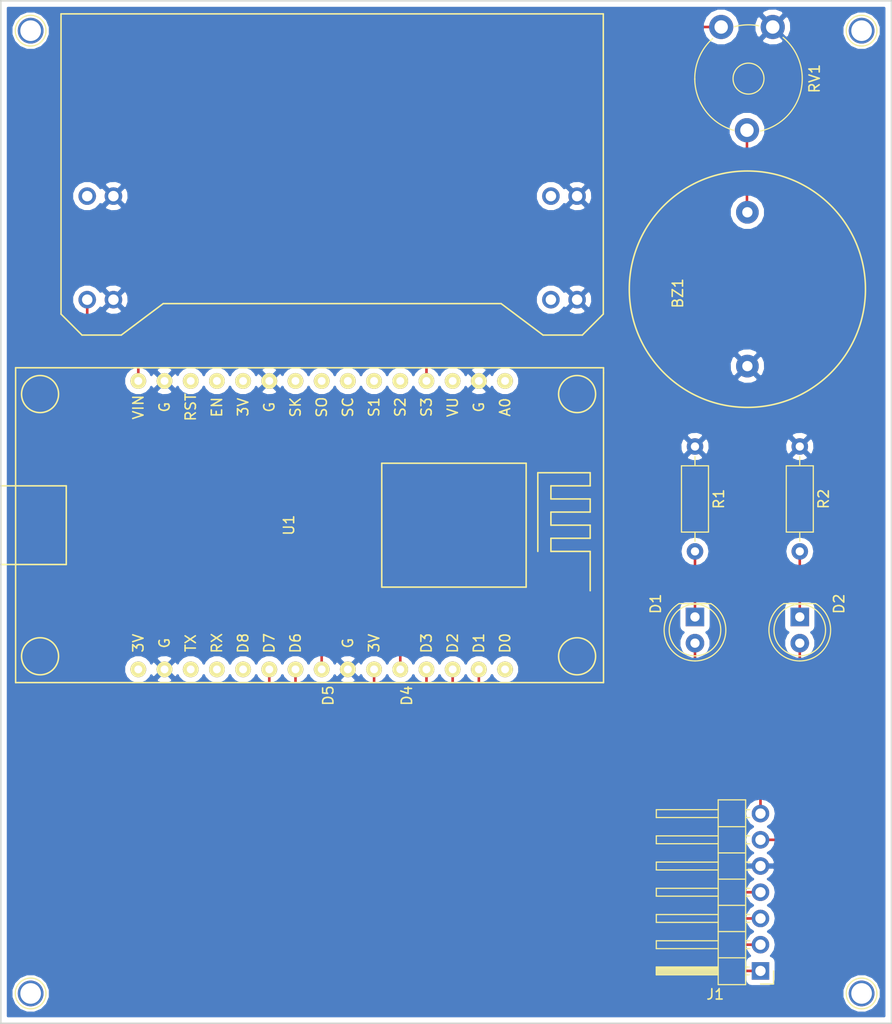
<source format=kicad_pcb>
(kicad_pcb (version 4) (host pcbnew 4.0.7-e2-6376~58~ubuntu16.04.1)

  (general
    (links 26)
    (no_connects 0)
    (area 111.484999 56.175 198.195001 157.555001)
    (thickness 1.6)
    (drawings 5)
    (tracks 66)
    (zones 0)
    (modules 13)
    (nets 33)
  )

  (page A4)
  (title_block
    (title "PCB for RFID app (with buzzer)")
    (company "Eficent Business and IT Consulting S.L.")
  )

  (layers
    (0 F.Cu signal)
    (31 B.Cu signal)
    (32 B.Adhes user)
    (33 F.Adhes user)
    (34 B.Paste user)
    (35 F.Paste user)
    (36 B.SilkS user)
    (37 F.SilkS user)
    (38 B.Mask user)
    (39 F.Mask user)
    (40 Dwgs.User user)
    (41 Cmts.User user)
    (42 Eco1.User user)
    (43 Eco2.User user)
    (44 Edge.Cuts user)
    (45 Margin user)
    (46 B.CrtYd user)
    (47 F.CrtYd user)
    (48 B.Fab user)
    (49 F.Fab user)
  )

  (setup
    (last_trace_width 0.25)
    (trace_clearance 0.2)
    (zone_clearance 0.508)
    (zone_45_only no)
    (trace_min 0.2)
    (segment_width 0.2)
    (edge_width 0.15)
    (via_size 0.6)
    (via_drill 0.4)
    (via_min_size 0.4)
    (via_min_drill 0.3)
    (uvia_size 0.3)
    (uvia_drill 0.1)
    (uvias_allowed no)
    (uvia_min_size 0.2)
    (uvia_min_drill 0.1)
    (pcb_text_width 0.3)
    (pcb_text_size 1.5 1.5)
    (mod_edge_width 0.15)
    (mod_text_size 1 1)
    (mod_text_width 0.15)
    (pad_size 2.5 2.5)
    (pad_drill 2)
    (pad_to_mask_clearance 0.2)
    (aux_axis_origin 0 0)
    (visible_elements FFFFFF7F)
    (pcbplotparams
      (layerselection 0x210f0_80000001)
      (usegerberextensions false)
      (excludeedgelayer true)
      (linewidth 0.100000)
      (plotframeref false)
      (viasonmask false)
      (mode 1)
      (useauxorigin false)
      (hpglpennumber 1)
      (hpglpenspeed 20)
      (hpglpendiameter 15)
      (hpglpenoverlay 2)
      (psnegative false)
      (psa4output false)
      (plotreference true)
      (plotvalue true)
      (plotinvisibletext false)
      (padsonsilk false)
      (subtractmaskfromsilk false)
      (outputformat 1)
      (mirror false)
      (drillshape 0)
      (scaleselection 1)
      (outputdirectory GERBER_files_2/))
  )

  (net 0 "")
  (net 1 "Net-(BZ1-Pad1)")
  (net 2 "/GND->5(GND)")
  (net 3 "Net-(D1-Pad1)")
  (net 4 "Net-(D1-Pad2)")
  (net 5 "Net-(D2-Pad1)")
  (net 6 "Net-(D2-Pad2)")
  (net 7 "/D1->1(SDA/NSS)")
  (net 8 "/D5>2(SCK)")
  (net 9 "/D7->3(MOSI)")
  (net 10 "/D6->4(MISO)")
  (net 11 "/D3->6(RST)")
  (net 12 "/3.3V->7(VCC)")
  (net 13 "Net-(U1-Pad1)")
  (net 14 "Net-(U1-Pad3)")
  (net 15 "Net-(RV1-Pad1)")
  (net 16 "Net-(U1-Pad5)")
  (net 17 "Net-(U1-Pad6)")
  (net 18 "Net-(U1-Pad7)")
  (net 19 "Net-(U1-Pad8)")
  (net 20 "Net-(U1-Pad9)")
  (net 21 "Net-(U1-Pad11)")
  (net 22 "Net-(U1-Pad12)")
  (net 23 "Net-(U1-Pad13)")
  (net 24 "Net-(U1-Pad15)")
  (net 25 "Net-(U1-Pad16)")
  (net 26 "Net-(U1-Pad18)")
  (net 27 "Net-(U1-Pad19)")
  (net 28 "Net-(U1-Pad20)")
  (net 29 "Net-(U1-Pad30)")
  (net 30 "Net-(Y1-Pad1)")
  (net 31 "Net-(Y1-Pad2)")
  (net 32 "Net-(Y1-Pad8)")

  (net_class Default "This is the default net class."
    (clearance 0.2)
    (trace_width 0.25)
    (via_dia 0.6)
    (via_drill 0.4)
    (uvia_dia 0.3)
    (uvia_drill 0.1)
    (add_net "/3.3V->7(VCC)")
    (add_net "/D1->1(SDA/NSS)")
    (add_net "/D3->6(RST)")
    (add_net "/D5>2(SCK)")
    (add_net "/D6->4(MISO)")
    (add_net "/D7->3(MOSI)")
    (add_net "/GND->5(GND)")
    (add_net "Net-(BZ1-Pad1)")
    (add_net "Net-(D1-Pad1)")
    (add_net "Net-(D1-Pad2)")
    (add_net "Net-(D2-Pad1)")
    (add_net "Net-(D2-Pad2)")
    (add_net "Net-(RV1-Pad1)")
    (add_net "Net-(U1-Pad1)")
    (add_net "Net-(U1-Pad11)")
    (add_net "Net-(U1-Pad12)")
    (add_net "Net-(U1-Pad13)")
    (add_net "Net-(U1-Pad15)")
    (add_net "Net-(U1-Pad16)")
    (add_net "Net-(U1-Pad18)")
    (add_net "Net-(U1-Pad19)")
    (add_net "Net-(U1-Pad20)")
    (add_net "Net-(U1-Pad3)")
    (add_net "Net-(U1-Pad30)")
    (add_net "Net-(U1-Pad5)")
    (add_net "Net-(U1-Pad6)")
    (add_net "Net-(U1-Pad7)")
    (add_net "Net-(U1-Pad8)")
    (add_net "Net-(U1-Pad9)")
    (add_net "Net-(Y1-Pad1)")
    (add_net "Net-(Y1-Pad2)")
    (add_net "Net-(Y1-Pad8)")
  )

  (module buzzer_22mm:BUZZER_22mm (layer F.Cu) (tedit 5A6EE67B) (tstamp 5A6EEE60)
    (at 184.15 86.36 270)
    (path /5A6EE287)
    (fp_text reference BZ1 (at 0.395 6.745 270) (layer F.SilkS)
      (effects (font (size 1 1) (thickness 0.15)))
    )
    (fp_text value Buzzer (at 0.165 -6.365 270) (layer F.Fab)
      (effects (font (size 1 1) (thickness 0.15)))
    )
    (fp_circle (center 0 0) (end 11.45 -0.04) (layer F.SilkS) (width 0.15))
    (pad 1 thru_hole circle (at -7.45 0 270) (size 2.2 2.2) (drill 1) (layers *.Cu *.Mask)
      (net 1 "Net-(BZ1-Pad1)"))
    (pad 2 thru_hole circle (at 7.45 0 270) (size 2.2 2.2) (drill 1) (layers *.Cu *.Mask)
      (net 2 "/GND->5(GND)"))
  )

  (module LEDs:LED_D5.0mm (layer F.Cu) (tedit 5A72C4A0) (tstamp 5A6EEE66)
    (at 179.07 118.11 270)
    (descr "LED, diameter 5.0mm, 2 pins, http://cdn-reichelt.de/documents/datenblatt/A500/LL-504BC2E-009.pdf")
    (tags "LED diameter 5.0mm 2 pins")
    (path /5A6EDAB2)
    (fp_text reference D1 (at -1.27 3.81 270) (layer F.SilkS)
      (effects (font (size 1 1) (thickness 0.15)))
    )
    (fp_text value LED (at 3.81 3.81 270) (layer F.Fab)
      (effects (font (size 1 1) (thickness 0.15)))
    )
    (fp_arc (start 1.27 0) (end -1.23 -1.469694) (angle 299.1) (layer F.Fab) (width 0.1))
    (fp_arc (start 1.27 0) (end -1.29 -1.54483) (angle 148.9) (layer F.SilkS) (width 0.12))
    (fp_arc (start 1.27 0) (end -1.29 1.54483) (angle -148.9) (layer F.SilkS) (width 0.12))
    (fp_circle (center 1.27 0) (end 3.77 0) (layer F.Fab) (width 0.1))
    (fp_circle (center 1.27 0) (end 3.77 0) (layer F.SilkS) (width 0.12))
    (fp_line (start -1.23 -1.469694) (end -1.23 1.469694) (layer F.Fab) (width 0.1))
    (fp_line (start -1.29 -1.545) (end -1.29 1.545) (layer F.SilkS) (width 0.12))
    (fp_line (start -1.95 -3.25) (end -1.95 3.25) (layer F.CrtYd) (width 0.05))
    (fp_line (start -1.95 3.25) (end 4.5 3.25) (layer F.CrtYd) (width 0.05))
    (fp_line (start 4.5 3.25) (end 4.5 -3.25) (layer F.CrtYd) (width 0.05))
    (fp_line (start 4.5 -3.25) (end -1.95 -3.25) (layer F.CrtYd) (width 0.05))
    (pad 1 thru_hole rect (at 0 0 270) (size 1.8 1.8) (drill 0.9) (layers *.Cu *.Mask)
      (net 3 "Net-(D1-Pad1)"))
    (pad 2 thru_hole circle (at 2.54 0 270) (size 1.8 1.8) (drill 0.9) (layers *.Cu *.Mask)
      (net 4 "Net-(D1-Pad2)"))
    (model ${KISYS3DMOD}/LEDs.3dshapes/LED_D5.0mm.wrl
      (at (xyz 0 0 0))
      (scale (xyz 0.393701 0.393701 0.393701))
      (rotate (xyz 0 0 0))
    )
  )

  (module LEDs:LED_D5.0mm (layer F.Cu) (tedit 5A72C4A7) (tstamp 5A6EEE6C)
    (at 189.23 118.11 270)
    (descr "LED, diameter 5.0mm, 2 pins, http://cdn-reichelt.de/documents/datenblatt/A500/LL-504BC2E-009.pdf")
    (tags "LED diameter 5.0mm 2 pins")
    (path /5A6EDB54)
    (fp_text reference D2 (at -1.27 -3.81 270) (layer F.SilkS)
      (effects (font (size 1 1) (thickness 0.15)))
    )
    (fp_text value LED (at 3.81 -3.81 270) (layer F.Fab)
      (effects (font (size 1 1) (thickness 0.15)))
    )
    (fp_arc (start 1.27 0) (end -1.23 -1.469694) (angle 299.1) (layer F.Fab) (width 0.1))
    (fp_arc (start 1.27 0) (end -1.29 -1.54483) (angle 148.9) (layer F.SilkS) (width 0.12))
    (fp_arc (start 1.27 0) (end -1.29 1.54483) (angle -148.9) (layer F.SilkS) (width 0.12))
    (fp_circle (center 1.27 0) (end 3.77 0) (layer F.Fab) (width 0.1))
    (fp_circle (center 1.27 0) (end 3.77 0) (layer F.SilkS) (width 0.12))
    (fp_line (start -1.23 -1.469694) (end -1.23 1.469694) (layer F.Fab) (width 0.1))
    (fp_line (start -1.29 -1.545) (end -1.29 1.545) (layer F.SilkS) (width 0.12))
    (fp_line (start -1.95 -3.25) (end -1.95 3.25) (layer F.CrtYd) (width 0.05))
    (fp_line (start -1.95 3.25) (end 4.5 3.25) (layer F.CrtYd) (width 0.05))
    (fp_line (start 4.5 3.25) (end 4.5 -3.25) (layer F.CrtYd) (width 0.05))
    (fp_line (start 4.5 -3.25) (end -1.95 -3.25) (layer F.CrtYd) (width 0.05))
    (pad 1 thru_hole rect (at 0 0 270) (size 1.8 1.8) (drill 0.9) (layers *.Cu *.Mask)
      (net 5 "Net-(D2-Pad1)"))
    (pad 2 thru_hole circle (at 2.54 0 270) (size 1.8 1.8) (drill 0.9) (layers *.Cu *.Mask)
      (net 6 "Net-(D2-Pad2)"))
    (model ${KISYS3DMOD}/LEDs.3dshapes/LED_D5.0mm.wrl
      (at (xyz 0 0 0))
      (scale (xyz 0.393701 0.393701 0.393701))
      (rotate (xyz 0 0 0))
    )
  )

  (module Pin_Headers:Pin_Header_Angled_1x07_Pitch2.54mm (layer F.Cu) (tedit 5A6EF94E) (tstamp 5A6EEE77)
    (at 185.42 152.4 180)
    (descr "Through hole angled pin header, 1x07, 2.54mm pitch, 6mm pin length, single row")
    (tags "Through hole angled pin header THT 1x07 2.54mm single row")
    (path /5A6EDD36)
    (fp_text reference J1 (at 4.385 -2.27 180) (layer F.SilkS)
      (effects (font (size 1 1) (thickness 0.15)))
    )
    (fp_text value FeAn1x7 (at 5.08 17.78 180) (layer F.Fab)
      (effects (font (size 1 1) (thickness 0.15)))
    )
    (fp_line (start 2.135 -1.27) (end 4.04 -1.27) (layer F.Fab) (width 0.1))
    (fp_line (start 4.04 -1.27) (end 4.04 16.51) (layer F.Fab) (width 0.1))
    (fp_line (start 4.04 16.51) (end 1.5 16.51) (layer F.Fab) (width 0.1))
    (fp_line (start 1.5 16.51) (end 1.5 -0.635) (layer F.Fab) (width 0.1))
    (fp_line (start 1.5 -0.635) (end 2.135 -1.27) (layer F.Fab) (width 0.1))
    (fp_line (start -0.32 -0.32) (end 1.5 -0.32) (layer F.Fab) (width 0.1))
    (fp_line (start -0.32 -0.32) (end -0.32 0.32) (layer F.Fab) (width 0.1))
    (fp_line (start -0.32 0.32) (end 1.5 0.32) (layer F.Fab) (width 0.1))
    (fp_line (start 4.04 -0.32) (end 10.04 -0.32) (layer F.Fab) (width 0.1))
    (fp_line (start 10.04 -0.32) (end 10.04 0.32) (layer F.Fab) (width 0.1))
    (fp_line (start 4.04 0.32) (end 10.04 0.32) (layer F.Fab) (width 0.1))
    (fp_line (start -0.32 2.22) (end 1.5 2.22) (layer F.Fab) (width 0.1))
    (fp_line (start -0.32 2.22) (end -0.32 2.86) (layer F.Fab) (width 0.1))
    (fp_line (start -0.32 2.86) (end 1.5 2.86) (layer F.Fab) (width 0.1))
    (fp_line (start 4.04 2.22) (end 10.04 2.22) (layer F.Fab) (width 0.1))
    (fp_line (start 10.04 2.22) (end 10.04 2.86) (layer F.Fab) (width 0.1))
    (fp_line (start 4.04 2.86) (end 10.04 2.86) (layer F.Fab) (width 0.1))
    (fp_line (start -0.32 4.76) (end 1.5 4.76) (layer F.Fab) (width 0.1))
    (fp_line (start -0.32 4.76) (end -0.32 5.4) (layer F.Fab) (width 0.1))
    (fp_line (start -0.32 5.4) (end 1.5 5.4) (layer F.Fab) (width 0.1))
    (fp_line (start 4.04 4.76) (end 10.04 4.76) (layer F.Fab) (width 0.1))
    (fp_line (start 10.04 4.76) (end 10.04 5.4) (layer F.Fab) (width 0.1))
    (fp_line (start 4.04 5.4) (end 10.04 5.4) (layer F.Fab) (width 0.1))
    (fp_line (start -0.32 7.3) (end 1.5 7.3) (layer F.Fab) (width 0.1))
    (fp_line (start -0.32 7.3) (end -0.32 7.94) (layer F.Fab) (width 0.1))
    (fp_line (start -0.32 7.94) (end 1.5 7.94) (layer F.Fab) (width 0.1))
    (fp_line (start 4.04 7.3) (end 10.04 7.3) (layer F.Fab) (width 0.1))
    (fp_line (start 10.04 7.3) (end 10.04 7.94) (layer F.Fab) (width 0.1))
    (fp_line (start 4.04 7.94) (end 10.04 7.94) (layer F.Fab) (width 0.1))
    (fp_line (start -0.32 9.84) (end 1.5 9.84) (layer F.Fab) (width 0.1))
    (fp_line (start -0.32 9.84) (end -0.32 10.48) (layer F.Fab) (width 0.1))
    (fp_line (start -0.32 10.48) (end 1.5 10.48) (layer F.Fab) (width 0.1))
    (fp_line (start 4.04 9.84) (end 10.04 9.84) (layer F.Fab) (width 0.1))
    (fp_line (start 10.04 9.84) (end 10.04 10.48) (layer F.Fab) (width 0.1))
    (fp_line (start 4.04 10.48) (end 10.04 10.48) (layer F.Fab) (width 0.1))
    (fp_line (start -0.32 12.38) (end 1.5 12.38) (layer F.Fab) (width 0.1))
    (fp_line (start -0.32 12.38) (end -0.32 13.02) (layer F.Fab) (width 0.1))
    (fp_line (start -0.32 13.02) (end 1.5 13.02) (layer F.Fab) (width 0.1))
    (fp_line (start 4.04 12.38) (end 10.04 12.38) (layer F.Fab) (width 0.1))
    (fp_line (start 10.04 12.38) (end 10.04 13.02) (layer F.Fab) (width 0.1))
    (fp_line (start 4.04 13.02) (end 10.04 13.02) (layer F.Fab) (width 0.1))
    (fp_line (start -0.32 14.92) (end 1.5 14.92) (layer F.Fab) (width 0.1))
    (fp_line (start -0.32 14.92) (end -0.32 15.56) (layer F.Fab) (width 0.1))
    (fp_line (start -0.32 15.56) (end 1.5 15.56) (layer F.Fab) (width 0.1))
    (fp_line (start 4.04 14.92) (end 10.04 14.92) (layer F.Fab) (width 0.1))
    (fp_line (start 10.04 14.92) (end 10.04 15.56) (layer F.Fab) (width 0.1))
    (fp_line (start 4.04 15.56) (end 10.04 15.56) (layer F.Fab) (width 0.1))
    (fp_line (start 1.44 -1.33) (end 1.44 16.57) (layer F.SilkS) (width 0.12))
    (fp_line (start 1.44 16.57) (end 4.1 16.57) (layer F.SilkS) (width 0.12))
    (fp_line (start 4.1 16.57) (end 4.1 -1.33) (layer F.SilkS) (width 0.12))
    (fp_line (start 4.1 -1.33) (end 1.44 -1.33) (layer F.SilkS) (width 0.12))
    (fp_line (start 4.1 -0.38) (end 10.1 -0.38) (layer F.SilkS) (width 0.12))
    (fp_line (start 10.1 -0.38) (end 10.1 0.38) (layer F.SilkS) (width 0.12))
    (fp_line (start 10.1 0.38) (end 4.1 0.38) (layer F.SilkS) (width 0.12))
    (fp_line (start 4.1 -0.32) (end 10.1 -0.32) (layer F.SilkS) (width 0.12))
    (fp_line (start 4.1 -0.2) (end 10.1 -0.2) (layer F.SilkS) (width 0.12))
    (fp_line (start 4.1 -0.08) (end 10.1 -0.08) (layer F.SilkS) (width 0.12))
    (fp_line (start 4.1 0.04) (end 10.1 0.04) (layer F.SilkS) (width 0.12))
    (fp_line (start 4.1 0.16) (end 10.1 0.16) (layer F.SilkS) (width 0.12))
    (fp_line (start 4.1 0.28) (end 10.1 0.28) (layer F.SilkS) (width 0.12))
    (fp_line (start 1.11 -0.38) (end 1.44 -0.38) (layer F.SilkS) (width 0.12))
    (fp_line (start 1.11 0.38) (end 1.44 0.38) (layer F.SilkS) (width 0.12))
    (fp_line (start 1.44 1.27) (end 4.1 1.27) (layer F.SilkS) (width 0.12))
    (fp_line (start 4.1 2.16) (end 10.1 2.16) (layer F.SilkS) (width 0.12))
    (fp_line (start 10.1 2.16) (end 10.1 2.92) (layer F.SilkS) (width 0.12))
    (fp_line (start 10.1 2.92) (end 4.1 2.92) (layer F.SilkS) (width 0.12))
    (fp_line (start 1.042929 2.16) (end 1.44 2.16) (layer F.SilkS) (width 0.12))
    (fp_line (start 1.042929 2.92) (end 1.44 2.92) (layer F.SilkS) (width 0.12))
    (fp_line (start 1.44 3.81) (end 4.1 3.81) (layer F.SilkS) (width 0.12))
    (fp_line (start 4.1 4.7) (end 10.1 4.7) (layer F.SilkS) (width 0.12))
    (fp_line (start 10.1 4.7) (end 10.1 5.46) (layer F.SilkS) (width 0.12))
    (fp_line (start 10.1 5.46) (end 4.1 5.46) (layer F.SilkS) (width 0.12))
    (fp_line (start 1.042929 4.7) (end 1.44 4.7) (layer F.SilkS) (width 0.12))
    (fp_line (start 1.042929 5.46) (end 1.44 5.46) (layer F.SilkS) (width 0.12))
    (fp_line (start 1.44 6.35) (end 4.1 6.35) (layer F.SilkS) (width 0.12))
    (fp_line (start 4.1 7.24) (end 10.1 7.24) (layer F.SilkS) (width 0.12))
    (fp_line (start 10.1 7.24) (end 10.1 8) (layer F.SilkS) (width 0.12))
    (fp_line (start 10.1 8) (end 4.1 8) (layer F.SilkS) (width 0.12))
    (fp_line (start 1.042929 7.24) (end 1.44 7.24) (layer F.SilkS) (width 0.12))
    (fp_line (start 1.042929 8) (end 1.44 8) (layer F.SilkS) (width 0.12))
    (fp_line (start 1.44 8.89) (end 4.1 8.89) (layer F.SilkS) (width 0.12))
    (fp_line (start 4.1 9.78) (end 10.1 9.78) (layer F.SilkS) (width 0.12))
    (fp_line (start 10.1 9.78) (end 10.1 10.54) (layer F.SilkS) (width 0.12))
    (fp_line (start 10.1 10.54) (end 4.1 10.54) (layer F.SilkS) (width 0.12))
    (fp_line (start 1.042929 9.78) (end 1.44 9.78) (layer F.SilkS) (width 0.12))
    (fp_line (start 1.042929 10.54) (end 1.44 10.54) (layer F.SilkS) (width 0.12))
    (fp_line (start 1.44 11.43) (end 4.1 11.43) (layer F.SilkS) (width 0.12))
    (fp_line (start 4.1 12.32) (end 10.1 12.32) (layer F.SilkS) (width 0.12))
    (fp_line (start 10.1 12.32) (end 10.1 13.08) (layer F.SilkS) (width 0.12))
    (fp_line (start 10.1 13.08) (end 4.1 13.08) (layer F.SilkS) (width 0.12))
    (fp_line (start 1.042929 12.32) (end 1.44 12.32) (layer F.SilkS) (width 0.12))
    (fp_line (start 1.042929 13.08) (end 1.44 13.08) (layer F.SilkS) (width 0.12))
    (fp_line (start 1.44 13.97) (end 4.1 13.97) (layer F.SilkS) (width 0.12))
    (fp_line (start 4.1 14.86) (end 10.1 14.86) (layer F.SilkS) (width 0.12))
    (fp_line (start 10.1 14.86) (end 10.1 15.62) (layer F.SilkS) (width 0.12))
    (fp_line (start 10.1 15.62) (end 4.1 15.62) (layer F.SilkS) (width 0.12))
    (fp_line (start 1.042929 14.86) (end 1.44 14.86) (layer F.SilkS) (width 0.12))
    (fp_line (start 1.042929 15.62) (end 1.44 15.62) (layer F.SilkS) (width 0.12))
    (fp_line (start -1.27 0) (end -1.27 -1.27) (layer F.SilkS) (width 0.12))
    (fp_line (start -1.27 -1.27) (end 0 -1.27) (layer F.SilkS) (width 0.12))
    (fp_line (start -1.8 -1.8) (end -1.8 17.05) (layer F.CrtYd) (width 0.05))
    (fp_line (start -1.8 17.05) (end 10.55 17.05) (layer F.CrtYd) (width 0.05))
    (fp_line (start 10.55 17.05) (end 10.55 -1.8) (layer F.CrtYd) (width 0.05))
    (fp_line (start 10.55 -1.8) (end -1.8 -1.8) (layer F.CrtYd) (width 0.05))
    (fp_text user %R (at 2.54 8.89 270) (layer F.Fab)
      (effects (font (size 1 1) (thickness 0.15)))
    )
    (pad 1 thru_hole rect (at 0 0 180) (size 1.7 1.7) (drill 1) (layers *.Cu *.Mask)
      (net 7 "/D1->1(SDA/NSS)"))
    (pad 2 thru_hole oval (at 0 2.54 180) (size 1.7 1.7) (drill 1) (layers *.Cu *.Mask)
      (net 8 "/D5>2(SCK)"))
    (pad 3 thru_hole oval (at 0 5.08 180) (size 1.7 1.7) (drill 1) (layers *.Cu *.Mask)
      (net 9 "/D7->3(MOSI)"))
    (pad 4 thru_hole oval (at 0 7.62 180) (size 1.7 1.7) (drill 1) (layers *.Cu *.Mask)
      (net 10 "/D6->4(MISO)"))
    (pad 5 thru_hole oval (at 0 10.16 180) (size 1.7 1.7) (drill 1) (layers *.Cu *.Mask)
      (net 2 "/GND->5(GND)"))
    (pad 6 thru_hole oval (at 0 12.7 180) (size 1.7 1.7) (drill 1) (layers *.Cu *.Mask)
      (net 11 "/D3->6(RST)"))
    (pad 7 thru_hole oval (at 0 15.24 180) (size 1.7 1.7) (drill 1) (layers *.Cu *.Mask)
      (net 12 "/3.3V->7(VCC)"))
    (model ${KISYS3DMOD}/Pin_Headers.3dshapes/Pin_Header_Angled_1x07_Pitch2.54mm.wrl
      (at (xyz 0 0 0))
      (scale (xyz 1 1 1))
      (rotate (xyz 0 0 0))
    )
  )

  (module Resistors_THT:R_Axial_DIN0207_L6.3mm_D2.5mm_P10.16mm_Horizontal (layer F.Cu) (tedit 5874F706) (tstamp 5A6EEE7D)
    (at 179.07 101.6 270)
    (descr "Resistor, Axial_DIN0207 series, Axial, Horizontal, pin pitch=10.16mm, 0.25W = 1/4W, length*diameter=6.3*2.5mm^2, http://cdn-reichelt.de/documents/datenblatt/B400/1_4W%23YAG.pdf")
    (tags "Resistor Axial_DIN0207 series Axial Horizontal pin pitch 10.16mm 0.25W = 1/4W length 6.3mm diameter 2.5mm")
    (path /5A6ED90D)
    (fp_text reference R1 (at 5.08 -2.31 270) (layer F.SilkS)
      (effects (font (size 1 1) (thickness 0.15)))
    )
    (fp_text value 270Ω (at 5.08 2.31 270) (layer F.Fab)
      (effects (font (size 1 1) (thickness 0.15)))
    )
    (fp_line (start 1.93 -1.25) (end 1.93 1.25) (layer F.Fab) (width 0.1))
    (fp_line (start 1.93 1.25) (end 8.23 1.25) (layer F.Fab) (width 0.1))
    (fp_line (start 8.23 1.25) (end 8.23 -1.25) (layer F.Fab) (width 0.1))
    (fp_line (start 8.23 -1.25) (end 1.93 -1.25) (layer F.Fab) (width 0.1))
    (fp_line (start 0 0) (end 1.93 0) (layer F.Fab) (width 0.1))
    (fp_line (start 10.16 0) (end 8.23 0) (layer F.Fab) (width 0.1))
    (fp_line (start 1.87 -1.31) (end 1.87 1.31) (layer F.SilkS) (width 0.12))
    (fp_line (start 1.87 1.31) (end 8.29 1.31) (layer F.SilkS) (width 0.12))
    (fp_line (start 8.29 1.31) (end 8.29 -1.31) (layer F.SilkS) (width 0.12))
    (fp_line (start 8.29 -1.31) (end 1.87 -1.31) (layer F.SilkS) (width 0.12))
    (fp_line (start 0.98 0) (end 1.87 0) (layer F.SilkS) (width 0.12))
    (fp_line (start 9.18 0) (end 8.29 0) (layer F.SilkS) (width 0.12))
    (fp_line (start -1.05 -1.6) (end -1.05 1.6) (layer F.CrtYd) (width 0.05))
    (fp_line (start -1.05 1.6) (end 11.25 1.6) (layer F.CrtYd) (width 0.05))
    (fp_line (start 11.25 1.6) (end 11.25 -1.6) (layer F.CrtYd) (width 0.05))
    (fp_line (start 11.25 -1.6) (end -1.05 -1.6) (layer F.CrtYd) (width 0.05))
    (pad 1 thru_hole circle (at 0 0 270) (size 1.6 1.6) (drill 0.8) (layers *.Cu *.Mask)
      (net 2 "/GND->5(GND)"))
    (pad 2 thru_hole oval (at 10.16 0 270) (size 1.6 1.6) (drill 0.8) (layers *.Cu *.Mask)
      (net 3 "Net-(D1-Pad1)"))
    (model ${KISYS3DMOD}/Resistors_THT.3dshapes/R_Axial_DIN0207_L6.3mm_D2.5mm_P10.16mm_Horizontal.wrl
      (at (xyz 0 0 0))
      (scale (xyz 0.393701 0.393701 0.393701))
      (rotate (xyz 0 0 0))
    )
  )

  (module Resistors_THT:R_Axial_DIN0207_L6.3mm_D2.5mm_P10.16mm_Horizontal (layer F.Cu) (tedit 5874F706) (tstamp 5A6EEE83)
    (at 189.23 101.6 270)
    (descr "Resistor, Axial_DIN0207 series, Axial, Horizontal, pin pitch=10.16mm, 0.25W = 1/4W, length*diameter=6.3*2.5mm^2, http://cdn-reichelt.de/documents/datenblatt/B400/1_4W%23YAG.pdf")
    (tags "Resistor Axial_DIN0207 series Axial Horizontal pin pitch 10.16mm 0.25W = 1/4W length 6.3mm diameter 2.5mm")
    (path /5A6ED751)
    (fp_text reference R2 (at 5.08 -2.31 270) (layer F.SilkS)
      (effects (font (size 1 1) (thickness 0.15)))
    )
    (fp_text value 270Ω (at 5.08 2.31 270) (layer F.Fab)
      (effects (font (size 1 1) (thickness 0.15)))
    )
    (fp_line (start 1.93 -1.25) (end 1.93 1.25) (layer F.Fab) (width 0.1))
    (fp_line (start 1.93 1.25) (end 8.23 1.25) (layer F.Fab) (width 0.1))
    (fp_line (start 8.23 1.25) (end 8.23 -1.25) (layer F.Fab) (width 0.1))
    (fp_line (start 8.23 -1.25) (end 1.93 -1.25) (layer F.Fab) (width 0.1))
    (fp_line (start 0 0) (end 1.93 0) (layer F.Fab) (width 0.1))
    (fp_line (start 10.16 0) (end 8.23 0) (layer F.Fab) (width 0.1))
    (fp_line (start 1.87 -1.31) (end 1.87 1.31) (layer F.SilkS) (width 0.12))
    (fp_line (start 1.87 1.31) (end 8.29 1.31) (layer F.SilkS) (width 0.12))
    (fp_line (start 8.29 1.31) (end 8.29 -1.31) (layer F.SilkS) (width 0.12))
    (fp_line (start 8.29 -1.31) (end 1.87 -1.31) (layer F.SilkS) (width 0.12))
    (fp_line (start 0.98 0) (end 1.87 0) (layer F.SilkS) (width 0.12))
    (fp_line (start 9.18 0) (end 8.29 0) (layer F.SilkS) (width 0.12))
    (fp_line (start -1.05 -1.6) (end -1.05 1.6) (layer F.CrtYd) (width 0.05))
    (fp_line (start -1.05 1.6) (end 11.25 1.6) (layer F.CrtYd) (width 0.05))
    (fp_line (start 11.25 1.6) (end 11.25 -1.6) (layer F.CrtYd) (width 0.05))
    (fp_line (start 11.25 -1.6) (end -1.05 -1.6) (layer F.CrtYd) (width 0.05))
    (pad 1 thru_hole circle (at 0 0 270) (size 1.6 1.6) (drill 0.8) (layers *.Cu *.Mask)
      (net 2 "/GND->5(GND)"))
    (pad 2 thru_hole oval (at 10.16 0 270) (size 1.6 1.6) (drill 0.8) (layers *.Cu *.Mask)
      (net 5 "Net-(D2-Pad1)"))
    (model ${KISYS3DMOD}/Resistors_THT.3dshapes/R_Axial_DIN0207_L6.3mm_D2.5mm_P10.16mm_Horizontal.wrl
      (at (xyz 0 0 0))
      (scale (xyz 0.393701 0.393701 0.393701))
      (rotate (xyz 0 0 0))
    )
  )

  (module "ESP8266:NodeMCU1.0(12-E)" (layer F.Cu) (tedit 5A6EF935) (tstamp 5A6EEEA5)
    (at 139.7 109.22 270)
    (path /5A6ED5B4)
    (fp_text reference U1 (at 0 0 270) (layer F.SilkS)
      (effects (font (size 1 1) (thickness 0.15)))
    )
    (fp_text value NodeMCU_1.0 (at 0 -2.54 270) (layer F.Fab)
      (effects (font (size 1 1) (thickness 0.15)))
    )
    (fp_line (start -6 -23) (end 6 -23) (layer F.SilkS) (width 0.15))
    (fp_line (start 6 -23) (end 6 -9) (layer F.SilkS) (width 0.15))
    (fp_line (start 6 -9) (end -6 -9) (layer F.SilkS) (width 0.15))
    (fp_line (start -6 -9) (end -6 -23) (layer F.SilkS) (width 0.15))
    (fp_line (start 2.54 -24.13) (end -5.08 -24.13) (layer F.SilkS) (width 0.15))
    (fp_line (start -5.08 -24.13) (end -5.08 -29.21) (layer F.SilkS) (width 0.15))
    (fp_line (start -5.08 -29.21) (end -3.81 -29.21) (layer F.SilkS) (width 0.15))
    (fp_line (start -3.81 -29.21) (end -3.81 -25.4) (layer F.SilkS) (width 0.15))
    (fp_line (start -3.81 -25.4) (end -2.54 -25.4) (layer F.SilkS) (width 0.15))
    (fp_line (start -2.54 -25.4) (end -2.54 -29.21) (layer F.SilkS) (width 0.15))
    (fp_line (start -2.54 -29.21) (end -1.27 -29.21) (layer F.SilkS) (width 0.15))
    (fp_line (start -1.27 -29.21) (end -1.27 -25.4) (layer F.SilkS) (width 0.15))
    (fp_line (start -1.27 -25.4) (end 0 -25.4) (layer F.SilkS) (width 0.15))
    (fp_line (start 0 -25.4) (end 0 -29.21) (layer F.SilkS) (width 0.15))
    (fp_line (start 0 -29.21) (end 1.27 -29.21) (layer F.SilkS) (width 0.15))
    (fp_line (start 1.27 -29.21) (end 1.27 -25.4) (layer F.SilkS) (width 0.15))
    (fp_line (start 1.27 -25.4) (end 2.54 -25.4) (layer F.SilkS) (width 0.15))
    (fp_line (start 2.54 -25.4) (end 2.54 -29.21) (layer F.SilkS) (width 0.15))
    (fp_line (start 2.54 -29.21) (end 6.35 -29.21) (layer F.SilkS) (width 0.15))
    (fp_line (start -3.81 27.94) (end 3.81 27.94) (layer F.SilkS) (width 0.15))
    (fp_line (start 3.81 27.94) (end 3.81 21.59) (layer F.SilkS) (width 0.15))
    (fp_line (start 3.81 21.59) (end -3.81 21.59) (layer F.SilkS) (width 0.15))
    (fp_line (start -3.81 21.59) (end -3.81 27.94) (layer F.SilkS) (width 0.15))
    (fp_text user VIN (at -11.43 14.605 270) (layer F.SilkS)
      (effects (font (size 1 1) (thickness 0.15)))
    )
    (fp_text user G (at -11.43 12.065 270) (layer F.SilkS)
      (effects (font (size 1 1) (thickness 0.15)))
    )
    (fp_text user RST (at -11.43 9.525 270) (layer F.SilkS)
      (effects (font (size 1 1) (thickness 0.15)))
    )
    (fp_text user EN (at -11.43 6.985 270) (layer F.SilkS)
      (effects (font (size 1 1) (thickness 0.15)))
    )
    (fp_text user 3V (at -11.43 4.445 270) (layer F.SilkS)
      (effects (font (size 1 1) (thickness 0.15)))
    )
    (fp_text user G (at -11.43 1.905 270) (layer F.SilkS)
      (effects (font (size 1 1) (thickness 0.15)))
    )
    (fp_text user SK (at -11.43 -0.635 270) (layer F.SilkS)
      (effects (font (size 1 1) (thickness 0.15)))
    )
    (fp_text user SO (at -11.43 -3.175 270) (layer F.SilkS)
      (effects (font (size 1 1) (thickness 0.15)))
    )
    (fp_text user SC (at -11.43 -5.715 270) (layer F.SilkS)
      (effects (font (size 1 1) (thickness 0.15)))
    )
    (fp_text user S1 (at -11.43 -8.255 270) (layer F.SilkS)
      (effects (font (size 1 1) (thickness 0.15)))
    )
    (fp_text user S2 (at -11.43 -10.795 270) (layer F.SilkS)
      (effects (font (size 1 1) (thickness 0.15)))
    )
    (fp_text user S3 (at -11.43 -13.335 270) (layer F.SilkS)
      (effects (font (size 1 1) (thickness 0.15)))
    )
    (fp_text user VU (at -11.43 -15.875 270) (layer F.SilkS)
      (effects (font (size 1 1) (thickness 0.15)))
    )
    (fp_text user G (at -11.43 -18.415 270) (layer F.SilkS)
      (effects (font (size 1 1) (thickness 0.15)))
    )
    (fp_text user A0 (at -11.43 -20.955 270) (layer F.SilkS)
      (effects (font (size 1 1) (thickness 0.15)))
    )
    (fp_text user 3V (at 11.43 14.605 270) (layer F.SilkS)
      (effects (font (size 1 1) (thickness 0.15)))
    )
    (fp_text user G (at 11.43 12.065 270) (layer F.SilkS)
      (effects (font (size 1 1) (thickness 0.15)))
    )
    (fp_text user TX (at 11.43 9.525 270) (layer F.SilkS)
      (effects (font (size 1 1) (thickness 0.15)))
    )
    (fp_text user RX (at 11.43 6.985 270) (layer F.SilkS)
      (effects (font (size 1 1) (thickness 0.15)))
    )
    (fp_text user D8 (at 11.43 4.445 270) (layer F.SilkS)
      (effects (font (size 1 1) (thickness 0.15)))
    )
    (fp_text user D7 (at 11.43 1.905 270) (layer F.SilkS)
      (effects (font (size 1 1) (thickness 0.15)))
    )
    (fp_text user D6 (at 11.43 -0.635 270) (layer F.SilkS)
      (effects (font (size 1 1) (thickness 0.15)))
    )
    (fp_text user D5 (at 16.51 -3.81 270) (layer F.SilkS)
      (effects (font (size 1 1) (thickness 0.15)))
    )
    (fp_text user G (at 11.43 -5.715 270) (layer F.SilkS)
      (effects (font (size 1 1) (thickness 0.15)))
    )
    (fp_text user 3V (at 11.43 -8.255 270) (layer F.SilkS)
      (effects (font (size 1 1) (thickness 0.15)))
    )
    (fp_text user D4 (at 16.51 -11.43 270) (layer F.SilkS)
      (effects (font (size 1 1) (thickness 0.15)))
    )
    (fp_text user D3 (at 11.43 -13.335 270) (layer F.SilkS)
      (effects (font (size 1 1) (thickness 0.15)))
    )
    (fp_text user D2 (at 11.43 -15.875 270) (layer F.SilkS)
      (effects (font (size 1 1) (thickness 0.15)))
    )
    (fp_text user D1 (at 11.43 -18.415 270) (layer F.SilkS)
      (effects (font (size 1 1) (thickness 0.15)))
    )
    (fp_text user D0 (at 11.43 -20.955 270) (layer F.SilkS)
      (effects (font (size 1 1) (thickness 0.15)))
    )
    (fp_circle (center 12.7 24.13) (end 13.97 22.86) (layer F.SilkS) (width 0.15))
    (fp_circle (center -12.7 24.13) (end -11.43 22.86) (layer F.SilkS) (width 0.15))
    (fp_circle (center -12.7 -27.94) (end -11.43 -29.21) (layer F.SilkS) (width 0.15))
    (fp_circle (center 12.7 -27.94) (end 13.97 -29.21) (layer F.SilkS) (width 0.15))
    (fp_line (start 15.25 -30.5) (end -14.75 -30.5) (layer F.SilkS) (width 0.15))
    (fp_line (start -14.75 -30.5) (end -15.25 -30.5) (layer F.SilkS) (width 0.15))
    (fp_line (start -15.25 -30.5) (end -15.25 26.5) (layer F.SilkS) (width 0.15))
    (fp_line (start -15.25 26.5) (end 15.25 26.5) (layer F.SilkS) (width 0.15))
    (fp_line (start 15.25 26.5) (end 15.25 -30.5) (layer F.SilkS) (width 0.15))
    (pad 1 thru_hole circle (at -13.97 -20.955 270) (size 1.524 1.524) (drill 0.762) (layers *.Cu *.Mask F.SilkS)
      (net 13 "Net-(U1-Pad1)"))
    (pad 2 thru_hole circle (at -13.97 -18.415 270) (size 1.524 1.524) (drill 0.762) (layers *.Cu *.Mask F.SilkS)
      (net 2 "/GND->5(GND)"))
    (pad 3 thru_hole circle (at -13.97 -15.875 270) (size 1.524 1.524) (drill 0.762) (layers *.Cu *.Mask F.SilkS)
      (net 14 "Net-(U1-Pad3)"))
    (pad 4 thru_hole circle (at -13.97 -13.335 270) (size 1.524 1.524) (drill 0.762) (layers *.Cu *.Mask F.SilkS)
      (net 15 "Net-(RV1-Pad1)"))
    (pad 5 thru_hole circle (at -13.97 -10.795 270) (size 1.524 1.524) (drill 0.762) (layers *.Cu *.Mask F.SilkS)
      (net 16 "Net-(U1-Pad5)"))
    (pad 6 thru_hole circle (at -13.97 -8.255 270) (size 1.524 1.524) (drill 0.762) (layers *.Cu *.Mask F.SilkS)
      (net 17 "Net-(U1-Pad6)"))
    (pad 7 thru_hole circle (at -13.97 -5.715 270) (size 1.524 1.524) (drill 0.762) (layers *.Cu *.Mask F.SilkS)
      (net 18 "Net-(U1-Pad7)"))
    (pad 8 thru_hole circle (at -13.97 -3.175 270) (size 1.524 1.524) (drill 0.762) (layers *.Cu *.Mask F.SilkS)
      (net 19 "Net-(U1-Pad8)"))
    (pad 9 thru_hole circle (at -13.97 -0.635 270) (size 1.524 1.524) (drill 0.762) (layers *.Cu *.Mask F.SilkS)
      (net 20 "Net-(U1-Pad9)"))
    (pad 10 thru_hole circle (at -13.97 1.905 270) (size 1.524 1.524) (drill 0.762) (layers *.Cu *.Mask F.SilkS)
      (net 2 "/GND->5(GND)"))
    (pad 11 thru_hole circle (at -13.97 4.445 270) (size 1.524 1.524) (drill 0.762) (layers *.Cu *.Mask F.SilkS)
      (net 21 "Net-(U1-Pad11)"))
    (pad 12 thru_hole circle (at -13.97 6.985 270) (size 1.524 1.524) (drill 0.762) (layers *.Cu *.Mask F.SilkS)
      (net 22 "Net-(U1-Pad12)"))
    (pad 13 thru_hole circle (at -13.97 9.525 270) (size 1.524 1.524) (drill 0.762) (layers *.Cu *.Mask F.SilkS)
      (net 23 "Net-(U1-Pad13)"))
    (pad 14 thru_hole circle (at -13.97 12.065 270) (size 1.524 1.524) (drill 0.762) (layers *.Cu *.Mask F.SilkS)
      (net 2 "/GND->5(GND)"))
    (pad 15 thru_hole circle (at -13.97 14.605 270) (size 1.524 1.524) (drill 0.762) (layers *.Cu *.Mask F.SilkS)
      (net 24 "Net-(U1-Pad15)"))
    (pad 16 thru_hole circle (at 13.97 14.605 270) (size 1.524 1.524) (drill 0.762) (layers *.Cu *.Mask F.SilkS)
      (net 25 "Net-(U1-Pad16)"))
    (pad 17 thru_hole circle (at 13.97 12.065 270) (size 1.524 1.524) (drill 0.762) (layers *.Cu *.Mask F.SilkS)
      (net 2 "/GND->5(GND)"))
    (pad 18 thru_hole circle (at 13.97 9.525 270) (size 1.524 1.524) (drill 0.762) (layers *.Cu *.Mask F.SilkS)
      (net 26 "Net-(U1-Pad18)"))
    (pad 19 thru_hole circle (at 13.97 6.985 270) (size 1.524 1.524) (drill 0.762) (layers *.Cu *.Mask F.SilkS)
      (net 27 "Net-(U1-Pad19)"))
    (pad 20 thru_hole circle (at 13.97 4.445 270) (size 1.524 1.524) (drill 0.762) (layers *.Cu *.Mask F.SilkS)
      (net 28 "Net-(U1-Pad20)"))
    (pad 21 thru_hole circle (at 13.97 1.905 270) (size 1.524 1.524) (drill 0.762) (layers *.Cu *.Mask F.SilkS)
      (net 9 "/D7->3(MOSI)"))
    (pad 22 thru_hole circle (at 13.97 -0.635 270) (size 1.524 1.524) (drill 0.762) (layers *.Cu *.Mask F.SilkS)
      (net 10 "/D6->4(MISO)"))
    (pad 23 thru_hole circle (at 13.97 -3.175 270) (size 1.524 1.524) (drill 0.762) (layers *.Cu *.Mask F.SilkS)
      (net 8 "/D5>2(SCK)"))
    (pad 24 thru_hole circle (at 13.97 -5.715 270) (size 1.524 1.524) (drill 0.762) (layers *.Cu *.Mask F.SilkS)
      (net 2 "/GND->5(GND)"))
    (pad 25 thru_hole circle (at 13.97 -8.255 270) (size 1.524 1.524) (drill 0.762) (layers *.Cu *.Mask F.SilkS)
      (net 12 "/3.3V->7(VCC)"))
    (pad 26 thru_hole circle (at 13.97 -10.795 270) (size 1.524 1.524) (drill 0.762) (layers *.Cu *.Mask F.SilkS)
      (net 7 "/D1->1(SDA/NSS)"))
    (pad 27 thru_hole circle (at 13.97 -13.335 270) (size 1.524 1.524) (drill 0.762) (layers *.Cu *.Mask F.SilkS)
      (net 11 "/D3->6(RST)"))
    (pad 28 thru_hole circle (at 13.97 -15.875 270) (size 1.524 1.524) (drill 0.762) (layers *.Cu *.Mask F.SilkS)
      (net 6 "Net-(D2-Pad2)"))
    (pad 29 thru_hole circle (at 13.97 -18.415 270) (size 1.524 1.524) (drill 0.762) (layers *.Cu *.Mask F.SilkS)
      (net 4 "Net-(D1-Pad2)"))
    (pad 30 thru_hole circle (at 13.97 -20.955 270) (size 1.524 1.524) (drill 0.762) (layers *.Cu *.Mask F.SilkS)
      (net 29 "Net-(U1-Pad30)"))
  )

  (module ywrobot:YWRobot2 (layer F.Cu) (tedit 5A6EF62F) (tstamp 5A6EEEB1)
    (at 143.51 59.69 180)
    (path /5A6ED533)
    (fp_text reference Y1 (at 0 2.54 180) (layer F.SilkS) hide
      (effects (font (size 1 1) (thickness 0.15)))
    )
    (fp_text value YWRobot (at -1.27 -13.97 180) (layer F.Fab)
      (effects (font (size 1 1) (thickness 0.15)))
    )
    (fp_line (start 25.908 0) (end 25.908 -29.083) (layer F.SilkS) (width 0.15))
    (fp_line (start 25.908 -29.083) (end 23.876 -31.115) (layer F.SilkS) (width 0.15))
    (fp_line (start 23.876 -31.115) (end 20.066 -31.115) (layer F.SilkS) (width 0.15))
    (fp_line (start 20.066 -31.115) (end 16.002 -28.067) (layer F.SilkS) (width 0.15))
    (fp_line (start 16.002 -28.067) (end -16.764 -28.067) (layer F.SilkS) (width 0.15))
    (fp_line (start -20.828 -31.115) (end -16.764 -28.067) (layer F.SilkS) (width 0.15))
    (fp_line (start -24.638 -31.115) (end -26.67 -29.083) (layer F.SilkS) (width 0.15))
    (fp_line (start -26.67 -29.083) (end -26.67 0) (layer F.SilkS) (width 0.15))
    (fp_line (start -26.67 0) (end 25.908 0) (layer F.SilkS) (width 0.15))
    (fp_line (start -24.638 -31.115) (end -20.828 -31.115) (layer F.SilkS) (width 0.15))
    (pad 1 thru_hole circle (at -21.59 -27.686 180) (size 1.7 1.7) (drill 1.016) (layers *.Cu *.Mask)
      (net 30 "Net-(Y1-Pad1)"))
    (pad 2 thru_hole circle (at -21.59 -17.653 180) (size 1.7 1.7) (drill 1.016) (layers *.Cu *.Mask)
      (net 31 "Net-(Y1-Pad2)"))
    (pad 3 thru_hole circle (at -24.13 -17.653 180) (size 1.7 1.7) (drill 1.016) (layers *.Cu *.Mask)
      (net 2 "/GND->5(GND)"))
    (pad 4 thru_hole circle (at 23.368 -27.686 180) (size 1.7 1.7) (drill 1.016) (layers *.Cu *.Mask)
      (net 24 "Net-(U1-Pad15)"))
    (pad 5 thru_hole circle (at 20.828 -27.686 180) (size 1.7 1.7) (drill 1.016) (layers *.Cu *.Mask)
      (net 2 "/GND->5(GND)"))
    (pad 6 thru_hole circle (at -24.13 -27.686 180) (size 1.7 1.7) (drill 1.016) (layers *.Cu *.Mask)
      (net 2 "/GND->5(GND)"))
    (pad 7 thru_hole circle (at 20.828 -17.653 180) (size 1.7 1.7) (drill 1.016) (layers *.Cu *.Mask)
      (net 2 "/GND->5(GND)"))
    (pad 8 thru_hole circle (at 23.368 -17.653 180) (size 1.7 1.7) (drill 1.016) (layers *.Cu *.Mask)
      (net 32 "Net-(Y1-Pad8)"))
  )

  (module Potentiometers:Potentiometer_Trimmer_Piher_PT-10v10_Horizontal_Px10.0mm_Py5.0mm (layer F.Cu) (tedit 58826B09) (tstamp 5A6EEED1)
    (at 181.61 60.96 270)
    (descr "Potentiometer, horizontally mounted, Omeg PC16PU, Omeg PC16PU, Omeg PC16PU, Vishay/Spectrol 248GJ/249GJ Single, Vishay/Spectrol 248GJ/249GJ Single, Vishay/Spectrol 248GJ/249GJ Single, Vishay/Spectrol 248GH/249GH Single, Vishay/Spectrol 148/149 Single, Vishay/Spectrol 148/149 Single, Vishay/Spectrol 148/149 Single, Vishay/Spectrol 148A/149A Single with mounting plates, Vishay/Spectrol 148/149 Double, Vishay/Spectrol 148A/149A Double with mounting plates, Piher PC-16 Single, Piher PC-16 Single, Piher PC-16 Single, Piher PC-16SV Single, Piher PC-16 Double, Piher PC-16 Triple, Piher T16H Single, Piher T16L Single, Piher T16H Double, Alps RK163 Single, Alps RK163 Double, Alps RK097 Single, Alps RK097 Double, Bourns PTV09A-2 Single with mounting sleve Single, Bourns PTV09A-1 with mounting sleve Single, Bourns PRS11S Single, Alps RK09K Single with mounting sleve Single, Alps RK09K with mounting sleve Single, Alps RK09L Single, Alps RK09L Single, Alps RK09L Double, Alps RK09L Double, Alps RK09Y Single, Bourns 3339S Single, Bourns 3339S Single, Bourns 3339P Single, Bourns 3339H Single, Vishay T7YA Single, Suntan TSR-3386H Single, Suntan TSR-3386H Single, Suntan TSR-3386P Single, Vishay T73XX Single, Vishay T73XX Single, Vishay T73YP Single, Piher PT-6h Single, Piher PT-6v Single, Piher PT-6v Single, Piher PT-10h2.5 Single, Piher PT-10h5 Single, Piher PT-101h3.8 Single, Piher PT-10v10 Single, http://www.piher-nacesa.com/pdf/12-PT10v03.pdf")
    (tags "Potentiometer horizontal  Omeg PC16PU  Omeg PC16PU  Omeg PC16PU  Vishay/Spectrol 248GJ/249GJ Single  Vishay/Spectrol 248GJ/249GJ Single  Vishay/Spectrol 248GJ/249GJ Single  Vishay/Spectrol 248GH/249GH Single  Vishay/Spectrol 148/149 Single  Vishay/Spectrol 148/149 Single  Vishay/Spectrol 148/149 Single  Vishay/Spectrol 148A/149A Single with mounting plates  Vishay/Spectrol 148/149 Double  Vishay/Spectrol 148A/149A Double with mounting plates  Piher PC-16 Single  Piher PC-16 Single  Piher PC-16 Single  Piher PC-16SV Single  Piher PC-16 Double  Piher PC-16 Triple  Piher T16H Single  Piher T16L Single  Piher T16H Double  Alps RK163 Single  Alps RK163 Double  Alps RK097 Single  Alps RK097 Double  Bourns PTV09A-2 Single with mounting sleve Single  Bourns PTV09A-1 with mounting sleve Single  Bourns PRS11S Single  Alps RK09K Single with mounting sleve Single  Alps RK09K with mounting sleve Single  Alps RK09L Single  Alps RK09L Single  Alps RK09L Double  Alps RK09L Double  Alps RK09Y Single  Bourns 3339S Single  Bourns 3339S Single  Bourns 3339P Single  Bourns 3339H Single  Vishay T7YA Single  Suntan TSR-3386H Single  Suntan TSR-3386H Single  Suntan TSR-3386P Single  Vishay T73XX Single  Vishay T73XX Single  Vishay T73YP Single  Piher PT-6h Single  Piher PT-6v Single  Piher PT-6v Single  Piher PT-10h2.5 Single  Piher PT-10h5 Single  Piher PT-101h3.8 Single  Piher PT-10v10 Single")
    (path /5A6ED61D)
    (fp_text reference RV1 (at 5 -9.05 270) (layer F.SilkS)
      (effects (font (size 1 1) (thickness 0.15)))
    )
    (fp_text value 10KΩ (at 5 3.75 270) (layer F.Fab)
      (effects (font (size 1 1) (thickness 0.15)))
    )
    (fp_arc (start 5 -2.65) (end 5 2.56) (angle -74) (layer F.SilkS) (width 0.12))
    (fp_arc (start 5 -2.65) (end 10.077 -3.821) (angle -127) (layer F.SilkS) (width 0.12))
    (fp_arc (start 5 -2.65) (end -0.115 -3.644) (angle -26) (layer F.SilkS) (width 0.12))
    (fp_arc (start 5 -2.65) (end 1.128 0.836) (angle -49) (layer F.SilkS) (width 0.12))
    (fp_circle (center 5 -2.65) (end 10.15 -2.65) (layer F.Fab) (width 0.1))
    (fp_circle (center 5 -2.65) (end 6.75 -2.65) (layer F.Fab) (width 0.1))
    (fp_circle (center 5 -2.65) (end 6.5 -2.65) (layer F.Fab) (width 0.1))
    (fp_circle (center 5 -2.65) (end 6.5 -2.65) (layer F.SilkS) (width 0.12))
    (fp_line (start -1.45 -8.05) (end -1.45 2.75) (layer F.CrtYd) (width 0.05))
    (fp_line (start -1.45 2.75) (end 11.45 2.75) (layer F.CrtYd) (width 0.05))
    (fp_line (start 11.45 2.75) (end 11.45 -8.05) (layer F.CrtYd) (width 0.05))
    (fp_line (start 11.45 -8.05) (end -1.45 -8.05) (layer F.CrtYd) (width 0.05))
    (pad 3 thru_hole circle (at 0 -5 270) (size 2.34 2.34) (drill 1.3) (layers *.Cu *.Mask)
      (net 2 "/GND->5(GND)"))
    (pad 2 thru_hole circle (at 10 -2.5 270) (size 2.34 2.34) (drill 1.3) (layers *.Cu *.Mask)
      (net 1 "Net-(BZ1-Pad1)"))
    (pad 1 thru_hole circle (at 0 0 270) (size 2.34 2.34) (drill 1.3) (layers *.Cu *.Mask)
      (net 15 "Net-(RV1-Pad1)"))
    (model Potentiometers.3dshapes/Potentiometer_Trimmer_Piher_PT-10v10_Horizontal_Px10.0mm_Py5.0mm.wrl
      (at (xyz 0 0 0))
      (scale (xyz 0.393701 0.393701 0.393701))
      (rotate (xyz 0 0 0))
    )
  )

  (module ywrobot:1pin_small (layer F.Cu) (tedit 5A72DD3A) (tstamp 5A77B347)
    (at 114.6556 61.3156)
    (descr "module 1 pin (ou trou mecanique de percage)")
    (tags DEV)
    (fp_text reference REF** (at 0 -3.048) (layer F.SilkS) hide
      (effects (font (size 1 1) (thickness 0.15)))
    )
    (fp_text value 1pin (at 0 3) (layer F.Fab) hide
      (effects (font (size 1 1) (thickness 0.15)))
    )
    (fp_circle (center 0 0) (end 1.1 0.8) (layer F.Fab) (width 0.1))
    (fp_circle (center 0 0) (end 1.7 0) (layer F.CrtYd) (width 0.05))
    (fp_circle (center 0 0) (end 0 1.49) (layer F.SilkS) (width 0.12))
    (pad 1 thru_hole circle (at 0 0) (size 2.5 2.5) (drill 2) (layers *.Cu *.Mask))
  )

  (module ywrobot:1pin_small (layer F.Cu) (tedit 5A72DD70) (tstamp 5A77B35E)
    (at 114.6556 154.5844)
    (descr "module 1 pin (ou trou mecanique de percage)")
    (tags DEV)
    (fp_text reference REF** (at 0 -3.048) (layer F.SilkS) hide
      (effects (font (size 1 1) (thickness 0.15)))
    )
    (fp_text value 1pin (at 0 3) (layer F.Fab) hide
      (effects (font (size 1 1) (thickness 0.15)))
    )
    (fp_circle (center 0 0) (end 1.1 0.8) (layer F.Fab) (width 0.1))
    (fp_circle (center 0 0) (end 1.7 0) (layer F.CrtYd) (width 0.05))
    (fp_circle (center 0 0) (end 0 1.49) (layer F.SilkS) (width 0.12))
    (pad 2 thru_hole circle (at 0 0) (size 2.5 2.5) (drill 2) (layers *.Cu *.Mask))
  )

  (module ywrobot:1pin_small (layer F.Cu) (tedit 5A72DD76) (tstamp 5A77B36E)
    (at 195.2244 154.5844)
    (descr "module 1 pin (ou trou mecanique de percage)")
    (tags DEV)
    (fp_text reference REF** (at 0 -3.048) (layer F.SilkS) hide
      (effects (font (size 1 1) (thickness 0.15)))
    )
    (fp_text value 1pin (at 0 3) (layer F.Fab) hide
      (effects (font (size 1 1) (thickness 0.15)))
    )
    (fp_circle (center 0 0) (end 1.1 0.8) (layer F.Fab) (width 0.1))
    (fp_circle (center 0 0) (end 1.7 0) (layer F.CrtYd) (width 0.05))
    (fp_circle (center 0 0) (end 0 1.49) (layer F.SilkS) (width 0.12))
    (pad 3 thru_hole circle (at 0 0) (size 2.5 2.5) (drill 2) (layers *.Cu *.Mask))
  )

  (module ywrobot:1pin_small (layer F.Cu) (tedit 5A72DD7D) (tstamp 5A77B37D)
    (at 195.2244 61.3156)
    (descr "module 1 pin (ou trou mecanique de percage)")
    (tags DEV)
    (fp_text reference REF** (at 0 -3.048) (layer F.SilkS) hide
      (effects (font (size 1 1) (thickness 0.15)))
    )
    (fp_text value 1pin (at 0 3) (layer F.Fab) hide
      (effects (font (size 1 1) (thickness 0.15)))
    )
    (fp_circle (center 0 0) (end 1.1 0.8) (layer F.Fab) (width 0.1))
    (fp_circle (center 0 0) (end 1.7 0) (layer F.CrtYd) (width 0.05))
    (fp_circle (center 0 0) (end 0 1.49) (layer F.SilkS) (width 0.12))
    (pad 4 thru_hole circle (at 0 0) (size 2.5 2.5) (drill 2) (layers *.Cu *.Mask))
  )

  (gr_line (start 198.12 58.42) (end 198.12 157.48) (angle 90) (layer Edge.Cuts) (width 0.15))
  (gr_line (start 111.76 58.42) (end 198.12 58.42) (angle 90) (layer Edge.Cuts) (width 0.15))
  (gr_line (start 111.76 157.48) (end 111.76 58.42) (angle 90) (layer Edge.Cuts) (width 0.15))
  (gr_text "Eficent\nwww.eficent.com" (at 132.6134 150.876) (layer F.Fab)
    (effects (font (size 1.5 1.5) (thickness 0.3)))
  )
  (gr_line (start 198.12 157.48) (end 111.76 157.48) (angle 90) (layer Edge.Cuts) (width 0.15))

  (segment (start 184.11 70.96) (end 184.11 78.87) (width 0.25) (layer F.Cu) (net 1))
  (segment (start 184.11 78.87) (end 184.15 78.91) (width 0.25) (layer F.Cu) (net 1) (tstamp 5A6EF680))
  (segment (start 179.07 118.11) (end 179.07 111.76) (width 0.25) (layer F.Cu) (net 3) (status 10))
  (segment (start 158.115 123.19) (end 158.115 125.095) (width 0.25) (layer F.Cu) (net 4))
  (segment (start 179.07 124.46) (end 179.07 120.65) (width 0.25) (layer F.Cu) (net 4) (tstamp 5A6EF6A3))
  (segment (start 177.8 125.73) (end 179.07 124.46) (width 0.25) (layer F.Cu) (net 4) (tstamp 5A6EF6A1))
  (segment (start 158.75 125.73) (end 177.8 125.73) (width 0.25) (layer F.Cu) (net 4) (tstamp 5A6EF69E))
  (segment (start 158.115 125.095) (end 158.75 125.73) (width 0.25) (layer F.Cu) (net 4) (tstamp 5A6EF69A))
  (segment (start 189.23 118.11) (end 189.23 111.76) (width 0.25) (layer F.Cu) (net 5) (status 10))
  (segment (start 155.575 123.19) (end 155.575 126.365) (width 0.25) (layer F.Cu) (net 6))
  (segment (start 189.23 125.73) (end 189.23 120.65) (width 0.25) (layer F.Cu) (net 6) (tstamp 5A6EF6AC))
  (segment (start 187.96 127) (end 189.23 125.73) (width 0.25) (layer F.Cu) (net 6) (tstamp 5A6EF6AA))
  (segment (start 156.21 127) (end 187.96 127) (width 0.25) (layer F.Cu) (net 6) (tstamp 5A6EF6A8))
  (segment (start 155.575 126.365) (end 156.21 127) (width 0.25) (layer F.Cu) (net 6) (tstamp 5A6EF6A7))
  (segment (start 150.495 123.19) (end 150.495 120.015) (width 0.25) (layer F.Cu) (net 7))
  (segment (start 151.13 152.4) (end 185.42 152.4) (width 0.25) (layer F.Cu) (net 7) (tstamp 5A6EFB4A))
  (segment (start 134.62 135.89) (end 151.13 152.4) (width 0.25) (layer F.Cu) (net 7) (tstamp 5A6EFB48))
  (segment (start 134.62 130.81) (end 134.62 135.89) (width 0.25) (layer F.Cu) (net 7) (tstamp 5A6EFB46))
  (segment (start 132.08 128.27) (end 134.62 130.81) (width 0.25) (layer F.Cu) (net 7) (tstamp 5A6EFB44))
  (segment (start 123.19 128.27) (end 132.08 128.27) (width 0.25) (layer F.Cu) (net 7) (tstamp 5A6EFB42))
  (segment (start 120.65 125.73) (end 123.19 128.27) (width 0.25) (layer F.Cu) (net 7) (tstamp 5A6EFB40))
  (segment (start 120.65 120.65) (end 120.65 125.73) (width 0.25) (layer F.Cu) (net 7) (tstamp 5A6EFB3E))
  (segment (start 123.19 118.11) (end 120.65 120.65) (width 0.25) (layer F.Cu) (net 7) (tstamp 5A6EFB3C))
  (segment (start 148.59 118.11) (end 123.19 118.11) (width 0.25) (layer F.Cu) (net 7) (tstamp 5A6EFB3A))
  (segment (start 150.495 120.015) (end 148.59 118.11) (width 0.25) (layer F.Cu) (net 7) (tstamp 5A6EFB38))
  (segment (start 142.875 123.19) (end 142.875 121.285) (width 0.25) (layer F.Cu) (net 8))
  (segment (start 151.13 149.86) (end 185.42 149.86) (width 0.25) (layer F.Cu) (net 8) (tstamp 5A6EFB34))
  (segment (start 135.89 134.62) (end 151.13 149.86) (width 0.25) (layer F.Cu) (net 8) (tstamp 5A6EFB32))
  (segment (start 135.89 129.54) (end 135.89 134.62) (width 0.25) (layer F.Cu) (net 8) (tstamp 5A6EFB30))
  (segment (start 133.35 127) (end 135.89 129.54) (width 0.25) (layer F.Cu) (net 8) (tstamp 5A6EFB2E))
  (segment (start 124.46 127) (end 133.35 127) (width 0.25) (layer F.Cu) (net 8) (tstamp 5A6EFB2C))
  (segment (start 121.92 124.46) (end 124.46 127) (width 0.25) (layer F.Cu) (net 8) (tstamp 5A6EFB2A))
  (segment (start 121.92 121.92) (end 121.92 124.46) (width 0.25) (layer F.Cu) (net 8) (tstamp 5A6EFB28))
  (segment (start 124.46 119.38) (end 121.92 121.92) (width 0.25) (layer F.Cu) (net 8) (tstamp 5A6EFB26))
  (segment (start 140.97 119.38) (end 124.46 119.38) (width 0.25) (layer F.Cu) (net 8) (tstamp 5A6EFB24))
  (segment (start 142.875 121.285) (end 140.97 119.38) (width 0.25) (layer F.Cu) (net 8) (tstamp 5A6EFB22))
  (segment (start 137.795 123.19) (end 137.795 133.985) (width 0.25) (layer F.Cu) (net 9))
  (segment (start 151.13 147.32) (end 185.42 147.32) (width 0.25) (layer F.Cu) (net 9) (tstamp 5A6EF757))
  (segment (start 137.795 133.985) (end 151.13 147.32) (width 0.25) (layer F.Cu) (net 9) (tstamp 5A6EF752))
  (segment (start 140.335 123.19) (end 140.335 133.985) (width 0.25) (layer F.Cu) (net 10))
  (segment (start 151.13 144.78) (end 185.42 144.78) (width 0.25) (layer F.Cu) (net 10) (tstamp 5A6EF745))
  (segment (start 140.335 133.985) (end 151.13 144.78) (width 0.25) (layer F.Cu) (net 10) (tstamp 5A6EF740))
  (segment (start 153.035 123.19) (end 153.035 126.365) (width 0.25) (layer F.Cu) (net 11))
  (segment (start 187.96 139.7) (end 185.42 139.7) (width 0.25) (layer F.Cu) (net 11) (tstamp 5A6EF707))
  (segment (start 189.23 138.43) (end 187.96 139.7) (width 0.25) (layer F.Cu) (net 11) (tstamp 5A6EF705))
  (segment (start 189.23 132.08) (end 189.23 138.43) (width 0.25) (layer F.Cu) (net 11) (tstamp 5A6EF702))
  (segment (start 186.69 129.54) (end 189.23 132.08) (width 0.25) (layer F.Cu) (net 11) (tstamp 5A6EF6FF))
  (segment (start 156.21 129.54) (end 186.69 129.54) (width 0.25) (layer F.Cu) (net 11) (tstamp 5A6EF6F9))
  (segment (start 153.035 126.365) (end 156.21 129.54) (width 0.25) (layer F.Cu) (net 11) (tstamp 5A6EF6F4))
  (segment (start 147.955 123.19) (end 147.955 127.635) (width 0.25) (layer F.Cu) (net 12))
  (segment (start 185.42 133.35) (end 185.42 137.16) (width 0.25) (layer F.Cu) (net 12) (tstamp 5A6EF73B))
  (segment (start 184.15 132.08) (end 185.42 133.35) (width 0.25) (layer F.Cu) (net 12) (tstamp 5A6EF739))
  (segment (start 152.4 132.08) (end 184.15 132.08) (width 0.25) (layer F.Cu) (net 12) (tstamp 5A6EF737))
  (segment (start 147.955 127.635) (end 152.4 132.08) (width 0.25) (layer F.Cu) (net 12) (tstamp 5A6EF732))
  (segment (start 153.035 95.25) (end 153.035 93.345) (width 0.25) (layer F.Cu) (net 15))
  (segment (start 172.72 60.96) (end 181.61 60.96) (width 0.25) (layer F.Cu) (net 15) (tstamp 5A6EF67A))
  (segment (start 171.45 62.23) (end 172.72 60.96) (width 0.25) (layer F.Cu) (net 15) (tstamp 5A6EF678))
  (segment (start 171.45 91.44) (end 171.45 62.23) (width 0.25) (layer F.Cu) (net 15) (tstamp 5A6EF673))
  (segment (start 170.18 92.71) (end 171.45 91.44) (width 0.25) (layer F.Cu) (net 15) (tstamp 5A6EF671))
  (segment (start 153.67 92.71) (end 170.18 92.71) (width 0.25) (layer F.Cu) (net 15) (tstamp 5A6EF66E))
  (segment (start 153.035 93.345) (end 153.67 92.71) (width 0.25) (layer F.Cu) (net 15) (tstamp 5A6EF66D))
  (segment (start 120.142 87.376) (end 120.142 90.932) (width 0.25) (layer F.Cu) (net 24))
  (segment (start 125.095 93.345) (end 125.095 95.25) (width 0.25) (layer F.Cu) (net 24) (tstamp 5A6EF667))
  (segment (start 123.19 91.44) (end 125.095 93.345) (width 0.25) (layer F.Cu) (net 24) (tstamp 5A6EF664))
  (segment (start 120.65 91.44) (end 123.19 91.44) (width 0.25) (layer F.Cu) (net 24) (tstamp 5A6EF663))
  (segment (start 120.142 90.932) (end 120.65 91.44) (width 0.25) (layer F.Cu) (net 24) (tstamp 5A6EF661))

  (zone (net 2) (net_name "/GND->5(GND)") (layer B.Cu) (tstamp 5A6F0048) (hatch edge 0.508)
    (connect_pads (clearance 0.508))
    (min_thickness 0.254)
    (fill yes (arc_segments 16) (thermal_gap 0.508) (thermal_bridge_width 0.508))
    (polygon
      (pts
        (xy 198.12 157.48) (xy 111.76 157.48) (xy 111.76 58.42) (xy 198.12 58.42)
      )
    )
    (filled_polygon
      (pts
        (xy 197.41 156.77) (xy 112.47 156.77) (xy 112.47 154.957705) (xy 112.770274 154.957705) (xy 113.056643 155.650772)
        (xy 113.586439 156.181493) (xy 114.279005 156.469072) (xy 115.028905 156.469726) (xy 115.721972 156.183357) (xy 116.252693 155.653561)
        (xy 116.540272 154.960995) (xy 116.540274 154.957705) (xy 193.339074 154.957705) (xy 193.625443 155.650772) (xy 194.155239 156.181493)
        (xy 194.847805 156.469072) (xy 195.597705 156.469726) (xy 196.290772 156.183357) (xy 196.821493 155.653561) (xy 197.109072 154.960995)
        (xy 197.109726 154.211095) (xy 196.823357 153.518028) (xy 196.293561 152.987307) (xy 195.600995 152.699728) (xy 194.851095 152.699074)
        (xy 194.158028 152.985443) (xy 193.627307 153.515239) (xy 193.339728 154.207805) (xy 193.339074 154.957705) (xy 116.540274 154.957705)
        (xy 116.540926 154.211095) (xy 116.254557 153.518028) (xy 115.724761 152.987307) (xy 115.032195 152.699728) (xy 114.282295 152.699074)
        (xy 113.589228 152.985443) (xy 113.058507 153.515239) (xy 112.770928 154.207805) (xy 112.770274 154.957705) (xy 112.47 154.957705)
        (xy 112.47 144.78) (xy 183.905907 144.78) (xy 184.018946 145.348285) (xy 184.340853 145.830054) (xy 184.670026 146.05)
        (xy 184.340853 146.269946) (xy 184.018946 146.751715) (xy 183.905907 147.32) (xy 184.018946 147.888285) (xy 184.340853 148.370054)
        (xy 184.670026 148.59) (xy 184.340853 148.809946) (xy 184.018946 149.291715) (xy 183.905907 149.86) (xy 184.018946 150.428285)
        (xy 184.340853 150.910054) (xy 184.382452 150.93785) (xy 184.334683 150.946838) (xy 184.118559 151.08591) (xy 183.973569 151.29811)
        (xy 183.92256 151.55) (xy 183.92256 153.25) (xy 183.966838 153.485317) (xy 184.10591 153.701441) (xy 184.31811 153.846431)
        (xy 184.57 153.89744) (xy 186.27 153.89744) (xy 186.505317 153.853162) (xy 186.721441 153.71409) (xy 186.866431 153.50189)
        (xy 186.91744 153.25) (xy 186.91744 151.55) (xy 186.873162 151.314683) (xy 186.73409 151.098559) (xy 186.52189 150.953569)
        (xy 186.454459 150.939914) (xy 186.499147 150.910054) (xy 186.821054 150.428285) (xy 186.934093 149.86) (xy 186.821054 149.291715)
        (xy 186.499147 148.809946) (xy 186.169974 148.59) (xy 186.499147 148.370054) (xy 186.821054 147.888285) (xy 186.934093 147.32)
        (xy 186.821054 146.751715) (xy 186.499147 146.269946) (xy 186.169974 146.05) (xy 186.499147 145.830054) (xy 186.821054 145.348285)
        (xy 186.934093 144.78) (xy 186.821054 144.211715) (xy 186.499147 143.729946) (xy 186.158447 143.502298) (xy 186.301358 143.435183)
        (xy 186.691645 143.006924) (xy 186.861476 142.59689) (xy 186.740155 142.367) (xy 185.547 142.367) (xy 185.547 142.387)
        (xy 185.293 142.387) (xy 185.293 142.367) (xy 184.099845 142.367) (xy 183.978524 142.59689) (xy 184.148355 143.006924)
        (xy 184.538642 143.435183) (xy 184.681553 143.502298) (xy 184.340853 143.729946) (xy 184.018946 144.211715) (xy 183.905907 144.78)
        (xy 112.47 144.78) (xy 112.47 137.16) (xy 183.905907 137.16) (xy 184.018946 137.728285) (xy 184.340853 138.210054)
        (xy 184.670026 138.43) (xy 184.340853 138.649946) (xy 184.018946 139.131715) (xy 183.905907 139.7) (xy 184.018946 140.268285)
        (xy 184.340853 140.750054) (xy 184.681553 140.977702) (xy 184.538642 141.044817) (xy 184.148355 141.473076) (xy 183.978524 141.88311)
        (xy 184.099845 142.113) (xy 185.293 142.113) (xy 185.293 142.093) (xy 185.547 142.093) (xy 185.547 142.113)
        (xy 186.740155 142.113) (xy 186.861476 141.88311) (xy 186.691645 141.473076) (xy 186.301358 141.044817) (xy 186.158447 140.977702)
        (xy 186.499147 140.750054) (xy 186.821054 140.268285) (xy 186.934093 139.7) (xy 186.821054 139.131715) (xy 186.499147 138.649946)
        (xy 186.169974 138.43) (xy 186.499147 138.210054) (xy 186.821054 137.728285) (xy 186.934093 137.16) (xy 186.821054 136.591715)
        (xy 186.499147 136.109946) (xy 186.017378 135.788039) (xy 185.449093 135.675) (xy 185.390907 135.675) (xy 184.822622 135.788039)
        (xy 184.340853 136.109946) (xy 184.018946 136.591715) (xy 183.905907 137.16) (xy 112.47 137.16) (xy 112.47 123.466661)
        (xy 123.697758 123.466661) (xy 123.90999 123.980303) (xy 124.30263 124.373629) (xy 124.8159 124.586757) (xy 125.371661 124.587242)
        (xy 125.885303 124.37501) (xy 126.090457 124.170213) (xy 126.834392 124.170213) (xy 126.903857 124.412397) (xy 127.427302 124.599144)
        (xy 127.982368 124.571362) (xy 128.366143 124.412397) (xy 128.435608 124.170213) (xy 127.635 123.369605) (xy 126.834392 124.170213)
        (xy 126.090457 124.170213) (xy 126.278629 123.98237) (xy 126.358395 123.790273) (xy 126.412603 123.921143) (xy 126.654787 123.990608)
        (xy 127.455395 123.19) (xy 127.814605 123.19) (xy 128.615213 123.990608) (xy 128.857397 123.921143) (xy 128.907509 123.780682)
        (xy 128.98999 123.980303) (xy 129.38263 124.373629) (xy 129.8959 124.586757) (xy 130.451661 124.587242) (xy 130.965303 124.37501)
        (xy 131.358629 123.98237) (xy 131.444949 123.774488) (xy 131.52999 123.980303) (xy 131.92263 124.373629) (xy 132.4359 124.586757)
        (xy 132.991661 124.587242) (xy 133.505303 124.37501) (xy 133.898629 123.98237) (xy 133.984949 123.774488) (xy 134.06999 123.980303)
        (xy 134.46263 124.373629) (xy 134.9759 124.586757) (xy 135.531661 124.587242) (xy 136.045303 124.37501) (xy 136.438629 123.98237)
        (xy 136.524949 123.774488) (xy 136.60999 123.980303) (xy 137.00263 124.373629) (xy 137.5159 124.586757) (xy 138.071661 124.587242)
        (xy 138.585303 124.37501) (xy 138.978629 123.98237) (xy 139.064949 123.774488) (xy 139.14999 123.980303) (xy 139.54263 124.373629)
        (xy 140.0559 124.586757) (xy 140.611661 124.587242) (xy 141.125303 124.37501) (xy 141.518629 123.98237) (xy 141.604949 123.774488)
        (xy 141.68999 123.980303) (xy 142.08263 124.373629) (xy 142.5959 124.586757) (xy 143.151661 124.587242) (xy 143.665303 124.37501)
        (xy 143.870457 124.170213) (xy 144.614392 124.170213) (xy 144.683857 124.412397) (xy 145.207302 124.599144) (xy 145.762368 124.571362)
        (xy 146.146143 124.412397) (xy 146.215608 124.170213) (xy 145.415 123.369605) (xy 144.614392 124.170213) (xy 143.870457 124.170213)
        (xy 144.058629 123.98237) (xy 144.138395 123.790273) (xy 144.192603 123.921143) (xy 144.434787 123.990608) (xy 145.235395 123.19)
        (xy 145.594605 123.19) (xy 146.395213 123.990608) (xy 146.637397 123.921143) (xy 146.687509 123.780682) (xy 146.76999 123.980303)
        (xy 147.16263 124.373629) (xy 147.6759 124.586757) (xy 148.231661 124.587242) (xy 148.745303 124.37501) (xy 149.138629 123.98237)
        (xy 149.224949 123.774488) (xy 149.30999 123.980303) (xy 149.70263 124.373629) (xy 150.2159 124.586757) (xy 150.771661 124.587242)
        (xy 151.285303 124.37501) (xy 151.678629 123.98237) (xy 151.764949 123.774488) (xy 151.84999 123.980303) (xy 152.24263 124.373629)
        (xy 152.7559 124.586757) (xy 153.311661 124.587242) (xy 153.825303 124.37501) (xy 154.218629 123.98237) (xy 154.304949 123.774488)
        (xy 154.38999 123.980303) (xy 154.78263 124.373629) (xy 155.2959 124.586757) (xy 155.851661 124.587242) (xy 156.365303 124.37501)
        (xy 156.758629 123.98237) (xy 156.844949 123.774488) (xy 156.92999 123.980303) (xy 157.32263 124.373629) (xy 157.8359 124.586757)
        (xy 158.391661 124.587242) (xy 158.905303 124.37501) (xy 159.298629 123.98237) (xy 159.384949 123.774488) (xy 159.46999 123.980303)
        (xy 159.86263 124.373629) (xy 160.3759 124.586757) (xy 160.931661 124.587242) (xy 161.445303 124.37501) (xy 161.838629 123.98237)
        (xy 162.051757 123.4691) (xy 162.052242 122.913339) (xy 161.84001 122.399697) (xy 161.44737 122.006371) (xy 160.9341 121.793243)
        (xy 160.378339 121.792758) (xy 159.864697 122.00499) (xy 159.471371 122.39763) (xy 159.385051 122.605512) (xy 159.30001 122.399697)
        (xy 158.90737 122.006371) (xy 158.3941 121.793243) (xy 157.838339 121.792758) (xy 157.324697 122.00499) (xy 156.931371 122.39763)
        (xy 156.845051 122.605512) (xy 156.76001 122.399697) (xy 156.36737 122.006371) (xy 155.8541 121.793243) (xy 155.298339 121.792758)
        (xy 154.784697 122.00499) (xy 154.391371 122.39763) (xy 154.305051 122.605512) (xy 154.22001 122.399697) (xy 153.82737 122.006371)
        (xy 153.3141 121.793243) (xy 152.758339 121.792758) (xy 152.244697 122.00499) (xy 151.851371 122.39763) (xy 151.765051 122.605512)
        (xy 151.68001 122.399697) (xy 151.28737 122.006371) (xy 150.7741 121.793243) (xy 150.218339 121.792758) (xy 149.704697 122.00499)
        (xy 149.311371 122.39763) (xy 149.225051 122.605512) (xy 149.14001 122.399697) (xy 148.74737 122.006371) (xy 148.2341 121.793243)
        (xy 147.678339 121.792758) (xy 147.164697 122.00499) (xy 146.771371 122.39763) (xy 146.691605 122.589727) (xy 146.637397 122.458857)
        (xy 146.395213 122.389392) (xy 145.594605 123.19) (xy 145.235395 123.19) (xy 144.434787 122.389392) (xy 144.192603 122.458857)
        (xy 144.142491 122.599318) (xy 144.06001 122.399697) (xy 143.870432 122.209787) (xy 144.614392 122.209787) (xy 145.415 123.010395)
        (xy 146.215608 122.209787) (xy 146.146143 121.967603) (xy 145.622698 121.780856) (xy 145.067632 121.808638) (xy 144.683857 121.967603)
        (xy 144.614392 122.209787) (xy 143.870432 122.209787) (xy 143.66737 122.006371) (xy 143.1541 121.793243) (xy 142.598339 121.792758)
        (xy 142.084697 122.00499) (xy 141.691371 122.39763) (xy 141.605051 122.605512) (xy 141.52001 122.399697) (xy 141.12737 122.006371)
        (xy 140.6141 121.793243) (xy 140.058339 121.792758) (xy 139.544697 122.00499) (xy 139.151371 122.39763) (xy 139.065051 122.605512)
        (xy 138.98001 122.399697) (xy 138.58737 122.006371) (xy 138.0741 121.793243) (xy 137.518339 121.792758) (xy 137.004697 122.00499)
        (xy 136.611371 122.39763) (xy 136.525051 122.605512) (xy 136.44001 122.399697) (xy 136.04737 122.006371) (xy 135.5341 121.793243)
        (xy 134.978339 121.792758) (xy 134.464697 122.00499) (xy 134.071371 122.39763) (xy 133.985051 122.605512) (xy 133.90001 122.399697)
        (xy 133.50737 122.006371) (xy 132.9941 121.793243) (xy 132.438339 121.792758) (xy 131.924697 122.00499) (xy 131.531371 122.39763)
        (xy 131.445051 122.605512) (xy 131.36001 122.399697) (xy 130.96737 122.006371) (xy 130.4541 121.793243) (xy 129.898339 121.792758)
        (xy 129.384697 122.00499) (xy 128.991371 122.39763) (xy 128.911605 122.589727) (xy 128.857397 122.458857) (xy 128.615213 122.389392)
        (xy 127.814605 123.19) (xy 127.455395 123.19) (xy 126.654787 122.389392) (xy 126.412603 122.458857) (xy 126.362491 122.599318)
        (xy 126.28001 122.399697) (xy 126.090432 122.209787) (xy 126.834392 122.209787) (xy 127.635 123.010395) (xy 128.435608 122.209787)
        (xy 128.366143 121.967603) (xy 127.842698 121.780856) (xy 127.287632 121.808638) (xy 126.903857 121.967603) (xy 126.834392 122.209787)
        (xy 126.090432 122.209787) (xy 125.88737 122.006371) (xy 125.3741 121.793243) (xy 124.818339 121.792758) (xy 124.304697 122.00499)
        (xy 123.911371 122.39763) (xy 123.698243 122.9109) (xy 123.697758 123.466661) (xy 112.47 123.466661) (xy 112.47 117.21)
        (xy 177.52256 117.21) (xy 177.52256 119.01) (xy 177.566838 119.245317) (xy 177.70591 119.461441) (xy 177.91811 119.606431)
        (xy 177.938534 119.610567) (xy 177.769449 119.779357) (xy 177.535267 120.34333) (xy 177.534735 120.953991) (xy 177.767932 121.518371)
        (xy 178.199357 121.950551) (xy 178.76333 122.184733) (xy 179.373991 122.185265) (xy 179.938371 121.952068) (xy 180.370551 121.520643)
        (xy 180.604733 120.95667) (xy 180.605265 120.346009) (xy 180.372068 119.781629) (xy 180.20412 119.613387) (xy 180.205317 119.613162)
        (xy 180.421441 119.47409) (xy 180.566431 119.26189) (xy 180.61744 119.01) (xy 180.61744 117.21) (xy 187.68256 117.21)
        (xy 187.68256 119.01) (xy 187.726838 119.245317) (xy 187.86591 119.461441) (xy 188.07811 119.606431) (xy 188.098534 119.610567)
        (xy 187.929449 119.779357) (xy 187.695267 120.34333) (xy 187.694735 120.953991) (xy 187.927932 121.518371) (xy 188.359357 121.950551)
        (xy 188.92333 122.184733) (xy 189.533991 122.185265) (xy 190.098371 121.952068) (xy 190.530551 121.520643) (xy 190.764733 120.95667)
        (xy 190.765265 120.346009) (xy 190.532068 119.781629) (xy 190.36412 119.613387) (xy 190.365317 119.613162) (xy 190.581441 119.47409)
        (xy 190.726431 119.26189) (xy 190.77744 119.01) (xy 190.77744 117.21) (xy 190.733162 116.974683) (xy 190.59409 116.758559)
        (xy 190.38189 116.613569) (xy 190.13 116.56256) (xy 188.33 116.56256) (xy 188.094683 116.606838) (xy 187.878559 116.74591)
        (xy 187.733569 116.95811) (xy 187.68256 117.21) (xy 180.61744 117.21) (xy 180.573162 116.974683) (xy 180.43409 116.758559)
        (xy 180.22189 116.613569) (xy 179.97 116.56256) (xy 178.17 116.56256) (xy 177.934683 116.606838) (xy 177.718559 116.74591)
        (xy 177.573569 116.95811) (xy 177.52256 117.21) (xy 112.47 117.21) (xy 112.47 111.731887) (xy 177.635 111.731887)
        (xy 177.635 111.788113) (xy 177.744233 112.337264) (xy 178.055302 112.802811) (xy 178.520849 113.11388) (xy 179.07 113.223113)
        (xy 179.619151 113.11388) (xy 180.084698 112.802811) (xy 180.395767 112.337264) (xy 180.505 111.788113) (xy 180.505 111.731887)
        (xy 187.795 111.731887) (xy 187.795 111.788113) (xy 187.904233 112.337264) (xy 188.215302 112.802811) (xy 188.680849 113.11388)
        (xy 189.23 113.223113) (xy 189.779151 113.11388) (xy 190.244698 112.802811) (xy 190.555767 112.337264) (xy 190.665 111.788113)
        (xy 190.665 111.731887) (xy 190.555767 111.182736) (xy 190.244698 110.717189) (xy 189.779151 110.40612) (xy 189.23 110.296887)
        (xy 188.680849 110.40612) (xy 188.215302 110.717189) (xy 187.904233 111.182736) (xy 187.795 111.731887) (xy 180.505 111.731887)
        (xy 180.395767 111.182736) (xy 180.084698 110.717189) (xy 179.619151 110.40612) (xy 179.07 110.296887) (xy 178.520849 110.40612)
        (xy 178.055302 110.717189) (xy 177.744233 111.182736) (xy 177.635 111.731887) (xy 112.47 111.731887) (xy 112.47 102.607745)
        (xy 178.241861 102.607745) (xy 178.315995 102.853864) (xy 178.853223 103.046965) (xy 179.423454 103.019778) (xy 179.824005 102.853864)
        (xy 179.898139 102.607745) (xy 188.401861 102.607745) (xy 188.475995 102.853864) (xy 189.013223 103.046965) (xy 189.583454 103.019778)
        (xy 189.984005 102.853864) (xy 190.058139 102.607745) (xy 189.23 101.779605) (xy 188.401861 102.607745) (xy 179.898139 102.607745)
        (xy 179.07 101.779605) (xy 178.241861 102.607745) (xy 112.47 102.607745) (xy 112.47 101.383223) (xy 177.623035 101.383223)
        (xy 177.650222 101.953454) (xy 177.816136 102.354005) (xy 178.062255 102.428139) (xy 178.890395 101.6) (xy 179.249605 101.6)
        (xy 180.077745 102.428139) (xy 180.323864 102.354005) (xy 180.516965 101.816777) (xy 180.496295 101.383223) (xy 187.783035 101.383223)
        (xy 187.810222 101.953454) (xy 187.976136 102.354005) (xy 188.222255 102.428139) (xy 189.050395 101.6) (xy 189.409605 101.6)
        (xy 190.237745 102.428139) (xy 190.483864 102.354005) (xy 190.676965 101.816777) (xy 190.649778 101.246546) (xy 190.483864 100.845995)
        (xy 190.237745 100.771861) (xy 189.409605 101.6) (xy 189.050395 101.6) (xy 188.222255 100.771861) (xy 187.976136 100.845995)
        (xy 187.783035 101.383223) (xy 180.496295 101.383223) (xy 180.489778 101.246546) (xy 180.323864 100.845995) (xy 180.077745 100.771861)
        (xy 179.249605 101.6) (xy 178.890395 101.6) (xy 178.062255 100.771861) (xy 177.816136 100.845995) (xy 177.623035 101.383223)
        (xy 112.47 101.383223) (xy 112.47 100.592255) (xy 178.241861 100.592255) (xy 179.07 101.420395) (xy 179.898139 100.592255)
        (xy 188.401861 100.592255) (xy 189.23 101.420395) (xy 190.058139 100.592255) (xy 189.984005 100.346136) (xy 189.446777 100.153035)
        (xy 188.876546 100.180222) (xy 188.475995 100.346136) (xy 188.401861 100.592255) (xy 179.898139 100.592255) (xy 179.824005 100.346136)
        (xy 179.286777 100.153035) (xy 178.716546 100.180222) (xy 178.315995 100.346136) (xy 178.241861 100.592255) (xy 112.47 100.592255)
        (xy 112.47 95.526661) (xy 123.697758 95.526661) (xy 123.90999 96.040303) (xy 124.30263 96.433629) (xy 124.8159 96.646757)
        (xy 125.371661 96.647242) (xy 125.885303 96.43501) (xy 126.090457 96.230213) (xy 126.834392 96.230213) (xy 126.903857 96.472397)
        (xy 127.427302 96.659144) (xy 127.982368 96.631362) (xy 128.366143 96.472397) (xy 128.435608 96.230213) (xy 127.635 95.429605)
        (xy 126.834392 96.230213) (xy 126.090457 96.230213) (xy 126.278629 96.04237) (xy 126.358395 95.850273) (xy 126.412603 95.981143)
        (xy 126.654787 96.050608) (xy 127.455395 95.25) (xy 127.814605 95.25) (xy 128.615213 96.050608) (xy 128.857397 95.981143)
        (xy 128.907509 95.840682) (xy 128.98999 96.040303) (xy 129.38263 96.433629) (xy 129.8959 96.646757) (xy 130.451661 96.647242)
        (xy 130.965303 96.43501) (xy 131.358629 96.04237) (xy 131.444949 95.834488) (xy 131.52999 96.040303) (xy 131.92263 96.433629)
        (xy 132.4359 96.646757) (xy 132.991661 96.647242) (xy 133.505303 96.43501) (xy 133.898629 96.04237) (xy 133.984949 95.834488)
        (xy 134.06999 96.040303) (xy 134.46263 96.433629) (xy 134.9759 96.646757) (xy 135.531661 96.647242) (xy 136.045303 96.43501)
        (xy 136.250457 96.230213) (xy 136.994392 96.230213) (xy 137.063857 96.472397) (xy 137.587302 96.659144) (xy 138.142368 96.631362)
        (xy 138.526143 96.472397) (xy 138.595608 96.230213) (xy 137.795 95.429605) (xy 136.994392 96.230213) (xy 136.250457 96.230213)
        (xy 136.438629 96.04237) (xy 136.518395 95.850273) (xy 136.572603 95.981143) (xy 136.814787 96.050608) (xy 137.615395 95.25)
        (xy 137.974605 95.25) (xy 138.775213 96.050608) (xy 139.017397 95.981143) (xy 139.067509 95.840682) (xy 139.14999 96.040303)
        (xy 139.54263 96.433629) (xy 140.0559 96.646757) (xy 140.611661 96.647242) (xy 141.125303 96.43501) (xy 141.518629 96.04237)
        (xy 141.604949 95.834488) (xy 141.68999 96.040303) (xy 142.08263 96.433629) (xy 142.5959 96.646757) (xy 143.151661 96.647242)
        (xy 143.665303 96.43501) (xy 144.058629 96.04237) (xy 144.144949 95.834488) (xy 144.22999 96.040303) (xy 144.62263 96.433629)
        (xy 145.1359 96.646757) (xy 145.691661 96.647242) (xy 146.205303 96.43501) (xy 146.598629 96.04237) (xy 146.684949 95.834488)
        (xy 146.76999 96.040303) (xy 147.16263 96.433629) (xy 147.6759 96.646757) (xy 148.231661 96.647242) (xy 148.745303 96.43501)
        (xy 149.138629 96.04237) (xy 149.224949 95.834488) (xy 149.30999 96.040303) (xy 149.70263 96.433629) (xy 150.2159 96.646757)
        (xy 150.771661 96.647242) (xy 151.285303 96.43501) (xy 151.678629 96.04237) (xy 151.764949 95.834488) (xy 151.84999 96.040303)
        (xy 152.24263 96.433629) (xy 152.7559 96.646757) (xy 153.311661 96.647242) (xy 153.825303 96.43501) (xy 154.218629 96.04237)
        (xy 154.304949 95.834488) (xy 154.38999 96.040303) (xy 154.78263 96.433629) (xy 155.2959 96.646757) (xy 155.851661 96.647242)
        (xy 156.365303 96.43501) (xy 156.570457 96.230213) (xy 157.314392 96.230213) (xy 157.383857 96.472397) (xy 157.907302 96.659144)
        (xy 158.462368 96.631362) (xy 158.846143 96.472397) (xy 158.915608 96.230213) (xy 158.115 95.429605) (xy 157.314392 96.230213)
        (xy 156.570457 96.230213) (xy 156.758629 96.04237) (xy 156.838395 95.850273) (xy 156.892603 95.981143) (xy 157.134787 96.050608)
        (xy 157.935395 95.25) (xy 158.294605 95.25) (xy 159.095213 96.050608) (xy 159.337397 95.981143) (xy 159.387509 95.840682)
        (xy 159.46999 96.040303) (xy 159.86263 96.433629) (xy 160.3759 96.646757) (xy 160.931661 96.647242) (xy 161.445303 96.43501)
        (xy 161.838629 96.04237) (xy 162.051757 95.5291) (xy 162.052188 95.034868) (xy 183.104737 95.034868) (xy 183.215641 95.312099)
        (xy 183.861593 95.555323) (xy 184.551453 95.532836) (xy 185.084359 95.312099) (xy 185.195263 95.034868) (xy 184.15 93.989605)
        (xy 183.104737 95.034868) (xy 162.052188 95.034868) (xy 162.052242 94.973339) (xy 161.84001 94.459697) (xy 161.44737 94.066371)
        (xy 160.9341 93.853243) (xy 160.378339 93.852758) (xy 159.864697 94.06499) (xy 159.471371 94.45763) (xy 159.391605 94.649727)
        (xy 159.337397 94.518857) (xy 159.095213 94.449392) (xy 158.294605 95.25) (xy 157.935395 95.25) (xy 157.134787 94.449392)
        (xy 156.892603 94.518857) (xy 156.842491 94.659318) (xy 156.76001 94.459697) (xy 156.570432 94.269787) (xy 157.314392 94.269787)
        (xy 158.115 95.070395) (xy 158.915608 94.269787) (xy 158.846143 94.027603) (xy 158.322698 93.840856) (xy 157.767632 93.868638)
        (xy 157.383857 94.027603) (xy 157.314392 94.269787) (xy 156.570432 94.269787) (xy 156.36737 94.066371) (xy 155.8541 93.853243)
        (xy 155.298339 93.852758) (xy 154.784697 94.06499) (xy 154.391371 94.45763) (xy 154.305051 94.665512) (xy 154.22001 94.459697)
        (xy 153.82737 94.066371) (xy 153.3141 93.853243) (xy 152.758339 93.852758) (xy 152.244697 94.06499) (xy 151.851371 94.45763)
        (xy 151.765051 94.665512) (xy 151.68001 94.459697) (xy 151.28737 94.066371) (xy 150.7741 93.853243) (xy 150.218339 93.852758)
        (xy 149.704697 94.06499) (xy 149.311371 94.45763) (xy 149.225051 94.665512) (xy 149.14001 94.459697) (xy 148.74737 94.066371)
        (xy 148.2341 93.853243) (xy 147.678339 93.852758) (xy 147.164697 94.06499) (xy 146.771371 94.45763) (xy 146.685051 94.665512)
        (xy 146.60001 94.459697) (xy 146.20737 94.066371) (xy 145.6941 93.853243) (xy 145.138339 93.852758) (xy 144.624697 94.06499)
        (xy 144.231371 94.45763) (xy 144.145051 94.665512) (xy 144.06001 94.459697) (xy 143.66737 94.066371) (xy 143.1541 93.853243)
        (xy 142.598339 93.852758) (xy 142.084697 94.06499) (xy 141.691371 94.45763) (xy 141.605051 94.665512) (xy 141.52001 94.459697)
        (xy 141.12737 94.066371) (xy 140.6141 93.853243) (xy 140.058339 93.852758) (xy 139.544697 94.06499) (xy 139.151371 94.45763)
        (xy 139.071605 94.649727) (xy 139.017397 94.518857) (xy 138.775213 94.449392) (xy 137.974605 95.25) (xy 137.615395 95.25)
        (xy 136.814787 94.449392) (xy 136.572603 94.518857) (xy 136.522491 94.659318) (xy 136.44001 94.459697) (xy 136.250432 94.269787)
        (xy 136.994392 94.269787) (xy 137.795 95.070395) (xy 138.595608 94.269787) (xy 138.526143 94.027603) (xy 138.002698 93.840856)
        (xy 137.447632 93.868638) (xy 137.063857 94.027603) (xy 136.994392 94.269787) (xy 136.250432 94.269787) (xy 136.04737 94.066371)
        (xy 135.5341 93.853243) (xy 134.978339 93.852758) (xy 134.464697 94.06499) (xy 134.071371 94.45763) (xy 133.985051 94.665512)
        (xy 133.90001 94.459697) (xy 133.50737 94.066371) (xy 132.9941 93.853243) (xy 132.438339 93.852758) (xy 131.924697 94.06499)
        (xy 131.531371 94.45763) (xy 131.445051 94.665512) (xy 131.36001 94.459697) (xy 130.96737 94.066371) (xy 130.4541 93.853243)
        (xy 129.898339 93.852758) (xy 129.384697 94.06499) (xy 128.991371 94.45763) (xy 128.911605 94.649727) (xy 128.857397 94.518857)
        (xy 128.615213 94.449392) (xy 127.814605 95.25) (xy 127.455395 95.25) (xy 126.654787 94.449392) (xy 126.412603 94.518857)
        (xy 126.362491 94.659318) (xy 126.28001 94.459697) (xy 126.090432 94.269787) (xy 126.834392 94.269787) (xy 127.635 95.070395)
        (xy 128.435608 94.269787) (xy 128.366143 94.027603) (xy 127.842698 93.840856) (xy 127.287632 93.868638) (xy 126.903857 94.027603)
        (xy 126.834392 94.269787) (xy 126.090432 94.269787) (xy 125.88737 94.066371) (xy 125.3741 93.853243) (xy 124.818339 93.852758)
        (xy 124.304697 94.06499) (xy 123.911371 94.45763) (xy 123.698243 94.9709) (xy 123.697758 95.526661) (xy 112.47 95.526661)
        (xy 112.47 93.521593) (xy 182.404677 93.521593) (xy 182.427164 94.211453) (xy 182.647901 94.744359) (xy 182.925132 94.855263)
        (xy 183.970395 93.81) (xy 184.329605 93.81) (xy 185.374868 94.855263) (xy 185.652099 94.744359) (xy 185.895323 94.098407)
        (xy 185.872836 93.408547) (xy 185.652099 92.875641) (xy 185.374868 92.764737) (xy 184.329605 93.81) (xy 183.970395 93.81)
        (xy 182.925132 92.764737) (xy 182.647901 92.875641) (xy 182.404677 93.521593) (xy 112.47 93.521593) (xy 112.47 92.585132)
        (xy 183.104737 92.585132) (xy 184.15 93.630395) (xy 185.195263 92.585132) (xy 185.084359 92.307901) (xy 184.438407 92.064677)
        (xy 183.748547 92.087164) (xy 183.215641 92.307901) (xy 183.104737 92.585132) (xy 112.47 92.585132) (xy 112.47 87.670089)
        (xy 118.656743 87.670089) (xy 118.882344 88.216086) (xy 119.299717 88.634188) (xy 119.845319 88.860742) (xy 120.436089 88.861257)
        (xy 120.982086 88.635656) (xy 121.19816 88.419958) (xy 121.817647 88.419958) (xy 121.89792 88.671259) (xy 122.453279 88.872718)
        (xy 123.043458 88.846315) (xy 123.46608 88.671259) (xy 123.546353 88.419958) (xy 122.682 87.555605) (xy 121.817647 88.419958)
        (xy 121.19816 88.419958) (xy 121.400188 88.218283) (xy 121.419951 88.170688) (xy 121.638042 88.240353) (xy 122.502395 87.376)
        (xy 122.861605 87.376) (xy 123.725958 88.240353) (xy 123.977259 88.16008) (xy 124.155005 87.670089) (xy 163.614743 87.670089)
        (xy 163.840344 88.216086) (xy 164.257717 88.634188) (xy 164.803319 88.860742) (xy 165.394089 88.861257) (xy 165.940086 88.635656)
        (xy 166.15616 88.419958) (xy 166.775647 88.419958) (xy 166.85592 88.671259) (xy 167.411279 88.872718) (xy 168.001458 88.846315)
        (xy 168.42408 88.671259) (xy 168.504353 88.419958) (xy 167.64 87.555605) (xy 166.775647 88.419958) (xy 166.15616 88.419958)
        (xy 166.358188 88.218283) (xy 166.377951 88.170688) (xy 166.596042 88.240353) (xy 167.460395 87.376) (xy 167.819605 87.376)
        (xy 168.683958 88.240353) (xy 168.935259 88.16008) (xy 169.136718 87.604721) (xy 169.110315 87.014542) (xy 168.935259 86.59192)
        (xy 168.683958 86.511647) (xy 167.819605 87.376) (xy 167.460395 87.376) (xy 166.596042 86.511647) (xy 166.37836 86.581181)
        (xy 166.359656 86.535914) (xy 166.15614 86.332042) (xy 166.775647 86.332042) (xy 167.64 87.196395) (xy 168.504353 86.332042)
        (xy 168.42408 86.080741) (xy 167.868721 85.879282) (xy 167.278542 85.905685) (xy 166.85592 86.080741) (xy 166.775647 86.332042)
        (xy 166.15614 86.332042) (xy 165.942283 86.117812) (xy 165.396681 85.891258) (xy 164.805911 85.890743) (xy 164.259914 86.116344)
        (xy 163.841812 86.533717) (xy 163.615258 87.079319) (xy 163.614743 87.670089) (xy 124.155005 87.670089) (xy 124.178718 87.604721)
        (xy 124.152315 87.014542) (xy 123.977259 86.59192) (xy 123.725958 86.511647) (xy 122.861605 87.376) (xy 122.502395 87.376)
        (xy 121.638042 86.511647) (xy 121.42036 86.581181) (xy 121.401656 86.535914) (xy 121.19814 86.332042) (xy 121.817647 86.332042)
        (xy 122.682 87.196395) (xy 123.546353 86.332042) (xy 123.46608 86.080741) (xy 122.910721 85.879282) (xy 122.320542 85.905685)
        (xy 121.89792 86.080741) (xy 121.817647 86.332042) (xy 121.19814 86.332042) (xy 120.984283 86.117812) (xy 120.438681 85.891258)
        (xy 119.847911 85.890743) (xy 119.301914 86.116344) (xy 118.883812 86.533717) (xy 118.657258 87.079319) (xy 118.656743 87.670089)
        (xy 112.47 87.670089) (xy 112.47 79.253599) (xy 182.414699 79.253599) (xy 182.678281 79.891515) (xy 183.165918 80.380004)
        (xy 183.803373 80.644699) (xy 184.493599 80.645301) (xy 185.131515 80.381719) (xy 185.620004 79.894082) (xy 185.884699 79.256627)
        (xy 185.885301 78.566401) (xy 185.621719 77.928485) (xy 185.134082 77.439996) (xy 184.496627 77.175301) (xy 183.806401 77.174699)
        (xy 183.168485 77.438281) (xy 182.679996 77.925918) (xy 182.415301 78.563373) (xy 182.414699 79.253599) (xy 112.47 79.253599)
        (xy 112.47 77.637089) (xy 118.656743 77.637089) (xy 118.882344 78.183086) (xy 119.299717 78.601188) (xy 119.845319 78.827742)
        (xy 120.436089 78.828257) (xy 120.982086 78.602656) (xy 121.19816 78.386958) (xy 121.817647 78.386958) (xy 121.89792 78.638259)
        (xy 122.453279 78.839718) (xy 123.043458 78.813315) (xy 123.46608 78.638259) (xy 123.546353 78.386958) (xy 122.682 77.522605)
        (xy 121.817647 78.386958) (xy 121.19816 78.386958) (xy 121.400188 78.185283) (xy 121.419951 78.137688) (xy 121.638042 78.207353)
        (xy 122.502395 77.343) (xy 122.861605 77.343) (xy 123.725958 78.207353) (xy 123.977259 78.12708) (xy 124.155005 77.637089)
        (xy 163.614743 77.637089) (xy 163.840344 78.183086) (xy 164.257717 78.601188) (xy 164.803319 78.827742) (xy 165.394089 78.828257)
        (xy 165.940086 78.602656) (xy 166.15616 78.386958) (xy 166.775647 78.386958) (xy 166.85592 78.638259) (xy 167.411279 78.839718)
        (xy 168.001458 78.813315) (xy 168.42408 78.638259) (xy 168.504353 78.386958) (xy 167.64 77.522605) (xy 166.775647 78.386958)
        (xy 166.15616 78.386958) (xy 166.358188 78.185283) (xy 166.377951 78.137688) (xy 166.596042 78.207353) (xy 167.460395 77.343)
        (xy 167.819605 77.343) (xy 168.683958 78.207353) (xy 168.935259 78.12708) (xy 169.136718 77.571721) (xy 169.110315 76.981542)
        (xy 168.935259 76.55892) (xy 168.683958 76.478647) (xy 167.819605 77.343) (xy 167.460395 77.343) (xy 166.596042 76.478647)
        (xy 166.37836 76.548181) (xy 166.359656 76.502914) (xy 166.15614 76.299042) (xy 166.775647 76.299042) (xy 167.64 77.163395)
        (xy 168.504353 76.299042) (xy 168.42408 76.047741) (xy 167.868721 75.846282) (xy 167.278542 75.872685) (xy 166.85592 76.047741)
        (xy 166.775647 76.299042) (xy 166.15614 76.299042) (xy 165.942283 76.084812) (xy 165.396681 75.858258) (xy 164.805911 75.857743)
        (xy 164.259914 76.083344) (xy 163.841812 76.500717) (xy 163.615258 77.046319) (xy 163.614743 77.637089) (xy 124.155005 77.637089)
        (xy 124.178718 77.571721) (xy 124.152315 76.981542) (xy 123.977259 76.55892) (xy 123.725958 76.478647) (xy 122.861605 77.343)
        (xy 122.502395 77.343) (xy 121.638042 76.478647) (xy 121.42036 76.548181) (xy 121.401656 76.502914) (xy 121.19814 76.299042)
        (xy 121.817647 76.299042) (xy 122.682 77.163395) (xy 123.546353 76.299042) (xy 123.46608 76.047741) (xy 122.910721 75.846282)
        (xy 122.320542 75.872685) (xy 121.89792 76.047741) (xy 121.817647 76.299042) (xy 121.19814 76.299042) (xy 120.984283 76.084812)
        (xy 120.438681 75.858258) (xy 119.847911 75.857743) (xy 119.301914 76.083344) (xy 118.883812 76.500717) (xy 118.657258 77.046319)
        (xy 118.656743 77.637089) (xy 112.47 77.637089) (xy 112.47 71.317462) (xy 182.304687 71.317462) (xy 182.578903 71.981115)
        (xy 183.086215 72.489312) (xy 183.749388 72.764686) (xy 184.467462 72.765313) (xy 185.131115 72.491097) (xy 185.639312 71.983785)
        (xy 185.914686 71.320612) (xy 185.915313 70.602538) (xy 185.641097 69.938885) (xy 185.133785 69.430688) (xy 184.470612 69.155314)
        (xy 183.752538 69.154687) (xy 183.088885 69.428903) (xy 182.580688 69.936215) (xy 182.305314 70.599388) (xy 182.304687 71.317462)
        (xy 112.47 71.317462) (xy 112.47 61.688905) (xy 112.770274 61.688905) (xy 113.056643 62.381972) (xy 113.586439 62.912693)
        (xy 114.279005 63.200272) (xy 115.028905 63.200926) (xy 115.721972 62.914557) (xy 116.252693 62.384761) (xy 116.540272 61.692195)
        (xy 116.540598 61.317462) (xy 179.804687 61.317462) (xy 180.078903 61.981115) (xy 180.586215 62.489312) (xy 181.249388 62.764686)
        (xy 181.967462 62.765313) (xy 182.631115 62.491097) (xy 182.887171 62.235486) (xy 185.51412 62.235486) (xy 185.633586 62.519984)
        (xy 186.30489 62.774894) (xy 187.022646 62.753504) (xy 187.586414 62.519984) (xy 187.70588 62.235486) (xy 186.61 61.139605)
        (xy 185.51412 62.235486) (xy 182.887171 62.235486) (xy 183.139312 61.983785) (xy 183.414686 61.320612) (xy 183.415267 60.65489)
        (xy 184.795106 60.65489) (xy 184.816496 61.372646) (xy 185.050016 61.936414) (xy 185.334514 62.05588) (xy 186.430395 60.96)
        (xy 186.789605 60.96) (xy 187.885486 62.05588) (xy 188.169984 61.936414) (xy 188.263969 61.688905) (xy 193.339074 61.688905)
        (xy 193.625443 62.381972) (xy 194.155239 62.912693) (xy 194.847805 63.200272) (xy 195.597705 63.200926) (xy 196.290772 62.914557)
        (xy 196.821493 62.384761) (xy 197.109072 61.692195) (xy 197.109726 60.942295) (xy 196.823357 60.249228) (xy 196.293561 59.718507)
        (xy 195.600995 59.430928) (xy 194.851095 59.430274) (xy 194.158028 59.716643) (xy 193.627307 60.246439) (xy 193.339728 60.939005)
        (xy 193.339074 61.688905) (xy 188.263969 61.688905) (xy 188.424894 61.26511) (xy 188.403504 60.547354) (xy 188.169984 59.983586)
        (xy 187.885486 59.86412) (xy 186.789605 60.96) (xy 186.430395 60.96) (xy 185.334514 59.86412) (xy 185.050016 59.983586)
        (xy 184.795106 60.65489) (xy 183.415267 60.65489) (xy 183.415313 60.602538) (xy 183.141097 59.938885) (xy 182.887169 59.684514)
        (xy 185.51412 59.684514) (xy 186.61 60.780395) (xy 187.70588 59.684514) (xy 187.586414 59.400016) (xy 186.91511 59.145106)
        (xy 186.197354 59.166496) (xy 185.633586 59.400016) (xy 185.51412 59.684514) (xy 182.887169 59.684514) (xy 182.633785 59.430688)
        (xy 181.970612 59.155314) (xy 181.252538 59.154687) (xy 180.588885 59.428903) (xy 180.080688 59.936215) (xy 179.805314 60.599388)
        (xy 179.804687 61.317462) (xy 116.540598 61.317462) (xy 116.540926 60.942295) (xy 116.254557 60.249228) (xy 115.724761 59.718507)
        (xy 115.032195 59.430928) (xy 114.282295 59.430274) (xy 113.589228 59.716643) (xy 113.058507 60.246439) (xy 112.770928 60.939005)
        (xy 112.770274 61.688905) (xy 112.47 61.688905) (xy 112.47 59.13) (xy 197.41 59.13)
      )
    )
  )
)

</source>
